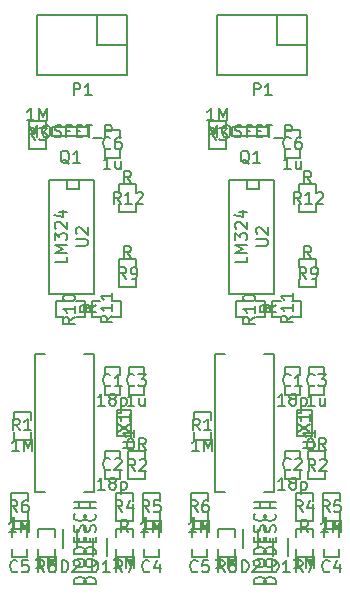
<source format=gbr>
G04 #@! TF.FileFunction,Legend,Top*
%FSLAX46Y46*%
G04 Gerber Fmt 4.6, Leading zero omitted, Abs format (unit mm)*
G04 Created by KiCad (PCBNEW (2015-02-15 BZR 5420)-product) date Tue 17 Feb 2015 11:56:18 AM EET*
%MOMM*%
G01*
G04 APERTURE LIST*
%ADD10C,0.100000*%
%ADD11C,0.150000*%
G04 APERTURE END LIST*
D10*
D11*
X69338240Y-53470906D02*
X69338240Y-52772406D01*
X69338240Y-54471666D02*
X69338240Y-55170166D01*
X68037760Y-53470906D02*
X68037760Y-52772406D01*
X68037760Y-55170166D02*
X68037760Y-54471666D01*
X68053000Y-52772406D02*
X69323000Y-52772406D01*
X69323000Y-55170166D02*
X68053000Y-55170166D01*
X69404000Y-56427286D02*
X69404000Y-56727286D01*
X69404000Y-56727286D02*
X69104000Y-56727286D01*
X69104000Y-58627286D02*
X70304000Y-58627286D01*
X70304000Y-56427286D02*
X69104000Y-56427286D01*
X69104000Y-56427286D02*
X69104000Y-58627286D01*
X70304000Y-58627286D02*
X70304000Y-56427286D01*
X60369500Y-58281666D02*
X60369500Y-58987786D01*
X60369500Y-58987786D02*
X61766500Y-58987786D01*
X61766500Y-58987786D02*
X61766500Y-58281666D01*
X60369500Y-56574786D02*
X60369500Y-57280906D01*
X60369500Y-56574786D02*
X61766500Y-56574786D01*
X61766500Y-56574786D02*
X61766500Y-57280906D01*
X71370240Y-53470906D02*
X71370240Y-52772406D01*
X71370240Y-54471666D02*
X71370240Y-55170166D01*
X70069760Y-53470906D02*
X70069760Y-52772406D01*
X70069760Y-55170166D02*
X70069760Y-54471666D01*
X70085000Y-52772406D02*
X71355000Y-52772406D01*
X71355000Y-55170166D02*
X70085000Y-55170166D01*
X62124640Y-51677666D02*
X62124640Y-63376906D01*
X67123360Y-63376906D02*
X67123360Y-51677666D01*
X62124640Y-63376906D02*
X62973000Y-63376906D01*
X67123360Y-63376906D02*
X66275000Y-63376906D01*
X62124640Y-51677666D02*
X62973000Y-51677666D01*
X67123360Y-51677666D02*
X66275000Y-51677666D01*
X69338240Y-60582906D02*
X69338240Y-59884406D01*
X69338240Y-61583666D02*
X69338240Y-62282166D01*
X68037760Y-60582906D02*
X68037760Y-59884406D01*
X68037760Y-62282166D02*
X68037760Y-61583666D01*
X68053000Y-59884406D02*
X69323000Y-59884406D01*
X69323000Y-62282166D02*
X68053000Y-62282166D01*
X71418500Y-60582906D02*
X71418500Y-59876786D01*
X71418500Y-59876786D02*
X70021500Y-59876786D01*
X70021500Y-59876786D02*
X70021500Y-60582906D01*
X71418500Y-62289786D02*
X71418500Y-61583666D01*
X71418500Y-62289786D02*
X70021500Y-62289786D01*
X70021500Y-62289786D02*
X70021500Y-61583666D01*
X69005500Y-65139666D02*
X69005500Y-65845786D01*
X69005500Y-65845786D02*
X70402500Y-65845786D01*
X70402500Y-65845786D02*
X70402500Y-65139666D01*
X69005500Y-63432786D02*
X69005500Y-64138906D01*
X69005500Y-63432786D02*
X70402500Y-63432786D01*
X70402500Y-63432786D02*
X70402500Y-64138906D01*
X71339760Y-68187666D02*
X71339760Y-68886166D01*
X71339760Y-67186906D02*
X71339760Y-66488406D01*
X72640240Y-68187666D02*
X72640240Y-68886166D01*
X72640240Y-66488406D02*
X72640240Y-67186906D01*
X72625000Y-68886166D02*
X71355000Y-68886166D01*
X71355000Y-66488406D02*
X72625000Y-66488406D01*
X60163760Y-68187666D02*
X60163760Y-68886166D01*
X60163760Y-67186906D02*
X60163760Y-66488406D01*
X61464240Y-68187666D02*
X61464240Y-68886166D01*
X61464240Y-66488406D02*
X61464240Y-67186906D01*
X61449000Y-68886166D02*
X60179000Y-68886166D01*
X60179000Y-66488406D02*
X61449000Y-66488406D01*
X69958000Y-25523286D02*
X67418000Y-25523286D01*
X67418000Y-25523286D02*
X67418000Y-22983286D01*
X69958000Y-22983286D02*
X62338000Y-22983286D01*
X62338000Y-22983286D02*
X62338000Y-28063286D01*
X62338000Y-28063286D02*
X67418000Y-28063286D01*
X69958000Y-22983286D02*
X69958000Y-25523286D01*
X69958000Y-28063286D02*
X69958000Y-25523286D01*
X67418000Y-28063286D02*
X69958000Y-28063286D01*
X66656000Y-33270286D02*
X63608000Y-33270286D01*
X63608000Y-33270286D02*
X63608000Y-32508286D01*
X63608000Y-32508286D02*
X66656000Y-32508286D01*
X66656000Y-32508286D02*
X66656000Y-33270286D01*
X63036500Y-32642906D02*
X63036500Y-31936786D01*
X63036500Y-31936786D02*
X61639500Y-31936786D01*
X61639500Y-31936786D02*
X61639500Y-32642906D01*
X63036500Y-34349786D02*
X63036500Y-33643666D01*
X63036500Y-34349786D02*
X61639500Y-34349786D01*
X61639500Y-34349786D02*
X61639500Y-33643666D01*
X71291500Y-65139666D02*
X71291500Y-65845786D01*
X71291500Y-65845786D02*
X72688500Y-65845786D01*
X72688500Y-65845786D02*
X72688500Y-65139666D01*
X71291500Y-63432786D02*
X71291500Y-64138906D01*
X71291500Y-63432786D02*
X72688500Y-63432786D01*
X72688500Y-63432786D02*
X72688500Y-64138906D01*
X60115500Y-65139666D02*
X60115500Y-65845786D01*
X60115500Y-65845786D02*
X61512500Y-65845786D01*
X61512500Y-65845786D02*
X61512500Y-65139666D01*
X60115500Y-63432786D02*
X60115500Y-64138906D01*
X60115500Y-63432786D02*
X61512500Y-63432786D01*
X61512500Y-63432786D02*
X61512500Y-64138906D01*
X69005500Y-68187666D02*
X69005500Y-68893786D01*
X69005500Y-68893786D02*
X70402500Y-68893786D01*
X70402500Y-68893786D02*
X70402500Y-68187666D01*
X69005500Y-66480786D02*
X69005500Y-67186906D01*
X69005500Y-66480786D02*
X70402500Y-66480786D01*
X70402500Y-66480786D02*
X70402500Y-67186906D01*
X62401500Y-68187666D02*
X62401500Y-68893786D01*
X62401500Y-68893786D02*
X63798500Y-68893786D01*
X63798500Y-68893786D02*
X63798500Y-68187666D01*
X62401500Y-66480786D02*
X62401500Y-67186906D01*
X62401500Y-66480786D02*
X63798500Y-66480786D01*
X63798500Y-66480786D02*
X63798500Y-67186906D01*
X69338240Y-33404906D02*
X69338240Y-32706406D01*
X69338240Y-34405666D02*
X69338240Y-35104166D01*
X68037760Y-33404906D02*
X68037760Y-32706406D01*
X68037760Y-35104166D02*
X68037760Y-34405666D01*
X68053000Y-32706406D02*
X69323000Y-32706406D01*
X69323000Y-35104166D02*
X68053000Y-35104166D01*
X67072000Y-67287286D02*
X67072000Y-68837286D01*
X68272000Y-67287286D02*
X68272000Y-68837286D01*
X65732000Y-68087286D02*
X65732000Y-66537286D01*
X64532000Y-68087286D02*
X64532000Y-66537286D01*
X70656500Y-44326906D02*
X70656500Y-43620786D01*
X70656500Y-43620786D02*
X69259500Y-43620786D01*
X69259500Y-43620786D02*
X69259500Y-44326906D01*
X70656500Y-46033786D02*
X70656500Y-45327666D01*
X70656500Y-46033786D02*
X69259500Y-46033786D01*
X69259500Y-46033786D02*
X69259500Y-45327666D01*
X65632380Y-48573786D02*
X66338500Y-48573786D01*
X66338500Y-48573786D02*
X66338500Y-47176786D01*
X66338500Y-47176786D02*
X65632380Y-47176786D01*
X63925500Y-48573786D02*
X64631620Y-48573786D01*
X63925500Y-48573786D02*
X63925500Y-47176786D01*
X63925500Y-47176786D02*
X64631620Y-47176786D01*
X67679620Y-47176786D02*
X66973500Y-47176786D01*
X66973500Y-47176786D02*
X66973500Y-48573786D01*
X66973500Y-48573786D02*
X67679620Y-48573786D01*
X69386500Y-47176786D02*
X68680380Y-47176786D01*
X69386500Y-47176786D02*
X69386500Y-48573786D01*
X69386500Y-48573786D02*
X68680380Y-48573786D01*
X70656500Y-37976906D02*
X70656500Y-37270786D01*
X70656500Y-37270786D02*
X69259500Y-37270786D01*
X69259500Y-37270786D02*
X69259500Y-37976906D01*
X70656500Y-39683786D02*
X70656500Y-38977666D01*
X70656500Y-39683786D02*
X69259500Y-39683786D01*
X69259500Y-39683786D02*
X69259500Y-38977666D01*
X67164000Y-36953286D02*
X67164000Y-46605286D01*
X67164000Y-46605286D02*
X63354000Y-46605286D01*
X63354000Y-46605286D02*
X63354000Y-36953286D01*
X63354000Y-36953286D02*
X67164000Y-36953286D01*
X65894000Y-36953286D02*
X65894000Y-37715286D01*
X65894000Y-37715286D02*
X64878000Y-37715286D01*
X64878000Y-37715286D02*
X64878000Y-36953286D01*
X84588240Y-53470906D02*
X84588240Y-52772406D01*
X84588240Y-54471666D02*
X84588240Y-55170166D01*
X83287760Y-53470906D02*
X83287760Y-52772406D01*
X83287760Y-55170166D02*
X83287760Y-54471666D01*
X83303000Y-52772406D02*
X84573000Y-52772406D01*
X84573000Y-55170166D02*
X83303000Y-55170166D01*
X84654000Y-56427286D02*
X84654000Y-56727286D01*
X84654000Y-56727286D02*
X84354000Y-56727286D01*
X84354000Y-58627286D02*
X85554000Y-58627286D01*
X85554000Y-56427286D02*
X84354000Y-56427286D01*
X84354000Y-56427286D02*
X84354000Y-58627286D01*
X85554000Y-58627286D02*
X85554000Y-56427286D01*
X75619500Y-58281666D02*
X75619500Y-58987786D01*
X75619500Y-58987786D02*
X77016500Y-58987786D01*
X77016500Y-58987786D02*
X77016500Y-58281666D01*
X75619500Y-56574786D02*
X75619500Y-57280906D01*
X75619500Y-56574786D02*
X77016500Y-56574786D01*
X77016500Y-56574786D02*
X77016500Y-57280906D01*
X86620240Y-53470906D02*
X86620240Y-52772406D01*
X86620240Y-54471666D02*
X86620240Y-55170166D01*
X85319760Y-53470906D02*
X85319760Y-52772406D01*
X85319760Y-55170166D02*
X85319760Y-54471666D01*
X85335000Y-52772406D02*
X86605000Y-52772406D01*
X86605000Y-55170166D02*
X85335000Y-55170166D01*
X77374640Y-51677666D02*
X77374640Y-63376906D01*
X82373360Y-63376906D02*
X82373360Y-51677666D01*
X77374640Y-63376906D02*
X78223000Y-63376906D01*
X82373360Y-63376906D02*
X81525000Y-63376906D01*
X77374640Y-51677666D02*
X78223000Y-51677666D01*
X82373360Y-51677666D02*
X81525000Y-51677666D01*
X84588240Y-60582906D02*
X84588240Y-59884406D01*
X84588240Y-61583666D02*
X84588240Y-62282166D01*
X83287760Y-60582906D02*
X83287760Y-59884406D01*
X83287760Y-62282166D02*
X83287760Y-61583666D01*
X83303000Y-59884406D02*
X84573000Y-59884406D01*
X84573000Y-62282166D02*
X83303000Y-62282166D01*
X86668500Y-60582906D02*
X86668500Y-59876786D01*
X86668500Y-59876786D02*
X85271500Y-59876786D01*
X85271500Y-59876786D02*
X85271500Y-60582906D01*
X86668500Y-62289786D02*
X86668500Y-61583666D01*
X86668500Y-62289786D02*
X85271500Y-62289786D01*
X85271500Y-62289786D02*
X85271500Y-61583666D01*
X84255500Y-65139666D02*
X84255500Y-65845786D01*
X84255500Y-65845786D02*
X85652500Y-65845786D01*
X85652500Y-65845786D02*
X85652500Y-65139666D01*
X84255500Y-63432786D02*
X84255500Y-64138906D01*
X84255500Y-63432786D02*
X85652500Y-63432786D01*
X85652500Y-63432786D02*
X85652500Y-64138906D01*
X86589760Y-68187666D02*
X86589760Y-68886166D01*
X86589760Y-67186906D02*
X86589760Y-66488406D01*
X87890240Y-68187666D02*
X87890240Y-68886166D01*
X87890240Y-66488406D02*
X87890240Y-67186906D01*
X87875000Y-68886166D02*
X86605000Y-68886166D01*
X86605000Y-66488406D02*
X87875000Y-66488406D01*
X75413760Y-68187666D02*
X75413760Y-68886166D01*
X75413760Y-67186906D02*
X75413760Y-66488406D01*
X76714240Y-68187666D02*
X76714240Y-68886166D01*
X76714240Y-66488406D02*
X76714240Y-67186906D01*
X76699000Y-68886166D02*
X75429000Y-68886166D01*
X75429000Y-66488406D02*
X76699000Y-66488406D01*
X85208000Y-25523286D02*
X82668000Y-25523286D01*
X82668000Y-25523286D02*
X82668000Y-22983286D01*
X85208000Y-22983286D02*
X77588000Y-22983286D01*
X77588000Y-22983286D02*
X77588000Y-28063286D01*
X77588000Y-28063286D02*
X82668000Y-28063286D01*
X85208000Y-22983286D02*
X85208000Y-25523286D01*
X85208000Y-28063286D02*
X85208000Y-25523286D01*
X82668000Y-28063286D02*
X85208000Y-28063286D01*
X81906000Y-33270286D02*
X78858000Y-33270286D01*
X78858000Y-33270286D02*
X78858000Y-32508286D01*
X78858000Y-32508286D02*
X81906000Y-32508286D01*
X81906000Y-32508286D02*
X81906000Y-33270286D01*
X78286500Y-32642906D02*
X78286500Y-31936786D01*
X78286500Y-31936786D02*
X76889500Y-31936786D01*
X76889500Y-31936786D02*
X76889500Y-32642906D01*
X78286500Y-34349786D02*
X78286500Y-33643666D01*
X78286500Y-34349786D02*
X76889500Y-34349786D01*
X76889500Y-34349786D02*
X76889500Y-33643666D01*
X86541500Y-65139666D02*
X86541500Y-65845786D01*
X86541500Y-65845786D02*
X87938500Y-65845786D01*
X87938500Y-65845786D02*
X87938500Y-65139666D01*
X86541500Y-63432786D02*
X86541500Y-64138906D01*
X86541500Y-63432786D02*
X87938500Y-63432786D01*
X87938500Y-63432786D02*
X87938500Y-64138906D01*
X75365500Y-65139666D02*
X75365500Y-65845786D01*
X75365500Y-65845786D02*
X76762500Y-65845786D01*
X76762500Y-65845786D02*
X76762500Y-65139666D01*
X75365500Y-63432786D02*
X75365500Y-64138906D01*
X75365500Y-63432786D02*
X76762500Y-63432786D01*
X76762500Y-63432786D02*
X76762500Y-64138906D01*
X84255500Y-68187666D02*
X84255500Y-68893786D01*
X84255500Y-68893786D02*
X85652500Y-68893786D01*
X85652500Y-68893786D02*
X85652500Y-68187666D01*
X84255500Y-66480786D02*
X84255500Y-67186906D01*
X84255500Y-66480786D02*
X85652500Y-66480786D01*
X85652500Y-66480786D02*
X85652500Y-67186906D01*
X77651500Y-68187666D02*
X77651500Y-68893786D01*
X77651500Y-68893786D02*
X79048500Y-68893786D01*
X79048500Y-68893786D02*
X79048500Y-68187666D01*
X77651500Y-66480786D02*
X77651500Y-67186906D01*
X77651500Y-66480786D02*
X79048500Y-66480786D01*
X79048500Y-66480786D02*
X79048500Y-67186906D01*
X84588240Y-33404906D02*
X84588240Y-32706406D01*
X84588240Y-34405666D02*
X84588240Y-35104166D01*
X83287760Y-33404906D02*
X83287760Y-32706406D01*
X83287760Y-35104166D02*
X83287760Y-34405666D01*
X83303000Y-32706406D02*
X84573000Y-32706406D01*
X84573000Y-35104166D02*
X83303000Y-35104166D01*
X82322000Y-67287286D02*
X82322000Y-68837286D01*
X83522000Y-67287286D02*
X83522000Y-68837286D01*
X80982000Y-68087286D02*
X80982000Y-66537286D01*
X79782000Y-68087286D02*
X79782000Y-66537286D01*
X85906500Y-44326906D02*
X85906500Y-43620786D01*
X85906500Y-43620786D02*
X84509500Y-43620786D01*
X84509500Y-43620786D02*
X84509500Y-44326906D01*
X85906500Y-46033786D02*
X85906500Y-45327666D01*
X85906500Y-46033786D02*
X84509500Y-46033786D01*
X84509500Y-46033786D02*
X84509500Y-45327666D01*
X80882380Y-48573786D02*
X81588500Y-48573786D01*
X81588500Y-48573786D02*
X81588500Y-47176786D01*
X81588500Y-47176786D02*
X80882380Y-47176786D01*
X79175500Y-48573786D02*
X79881620Y-48573786D01*
X79175500Y-48573786D02*
X79175500Y-47176786D01*
X79175500Y-47176786D02*
X79881620Y-47176786D01*
X82929620Y-47176786D02*
X82223500Y-47176786D01*
X82223500Y-47176786D02*
X82223500Y-48573786D01*
X82223500Y-48573786D02*
X82929620Y-48573786D01*
X84636500Y-47176786D02*
X83930380Y-47176786D01*
X84636500Y-47176786D02*
X84636500Y-48573786D01*
X84636500Y-48573786D02*
X83930380Y-48573786D01*
X85906500Y-37976906D02*
X85906500Y-37270786D01*
X85906500Y-37270786D02*
X84509500Y-37270786D01*
X84509500Y-37270786D02*
X84509500Y-37976906D01*
X85906500Y-39683786D02*
X85906500Y-38977666D01*
X85906500Y-39683786D02*
X84509500Y-39683786D01*
X84509500Y-39683786D02*
X84509500Y-38977666D01*
X82414000Y-36953286D02*
X82414000Y-46605286D01*
X82414000Y-46605286D02*
X78604000Y-46605286D01*
X78604000Y-46605286D02*
X78604000Y-36953286D01*
X78604000Y-36953286D02*
X82414000Y-36953286D01*
X81144000Y-36953286D02*
X81144000Y-37715286D01*
X81144000Y-37715286D02*
X80128000Y-37715286D01*
X80128000Y-37715286D02*
X80128000Y-36953286D01*
X68521334Y-54328429D02*
X68473715Y-54376048D01*
X68330858Y-54423667D01*
X68235620Y-54423667D01*
X68092762Y-54376048D01*
X67997524Y-54280810D01*
X67949905Y-54185572D01*
X67902286Y-53995096D01*
X67902286Y-53852238D01*
X67949905Y-53661762D01*
X67997524Y-53566524D01*
X68092762Y-53471286D01*
X68235620Y-53423667D01*
X68330858Y-53423667D01*
X68473715Y-53471286D01*
X68521334Y-53518905D01*
X69473715Y-54423667D02*
X68902286Y-54423667D01*
X69188000Y-54423667D02*
X69188000Y-53423667D01*
X69092762Y-53566524D01*
X68997524Y-53661762D01*
X68902286Y-53709381D01*
X68045143Y-56074667D02*
X67473714Y-56074667D01*
X67759428Y-56074667D02*
X67759428Y-55074667D01*
X67664190Y-55217524D01*
X67568952Y-55312762D01*
X67473714Y-55360381D01*
X68616571Y-55503238D02*
X68521333Y-55455619D01*
X68473714Y-55408000D01*
X68426095Y-55312762D01*
X68426095Y-55265143D01*
X68473714Y-55169905D01*
X68521333Y-55122286D01*
X68616571Y-55074667D01*
X68807048Y-55074667D01*
X68902286Y-55122286D01*
X68949905Y-55169905D01*
X68997524Y-55265143D01*
X68997524Y-55312762D01*
X68949905Y-55408000D01*
X68902286Y-55455619D01*
X68807048Y-55503238D01*
X68616571Y-55503238D01*
X68521333Y-55550857D01*
X68473714Y-55598476D01*
X68426095Y-55693715D01*
X68426095Y-55884191D01*
X68473714Y-55979429D01*
X68521333Y-56027048D01*
X68616571Y-56074667D01*
X68807048Y-56074667D01*
X68902286Y-56027048D01*
X68949905Y-55979429D01*
X68997524Y-55884191D01*
X68997524Y-55693715D01*
X68949905Y-55598476D01*
X68902286Y-55550857D01*
X68807048Y-55503238D01*
X69426095Y-55408000D02*
X69426095Y-56408000D01*
X69426095Y-55455619D02*
X69521333Y-55408000D01*
X69711810Y-55408000D01*
X69807048Y-55455619D01*
X69854667Y-55503238D01*
X69902286Y-55598476D01*
X69902286Y-55884191D01*
X69854667Y-55979429D01*
X69807048Y-56027048D01*
X69711810Y-56074667D01*
X69521333Y-56074667D01*
X69426095Y-56027048D01*
X69556381Y-59689191D02*
X70365905Y-59689191D01*
X70461143Y-59641572D01*
X70508762Y-59593953D01*
X70556381Y-59498715D01*
X70556381Y-59308238D01*
X70508762Y-59213000D01*
X70461143Y-59165381D01*
X70365905Y-59117762D01*
X69556381Y-59117762D01*
X70556381Y-58117762D02*
X70556381Y-58689191D01*
X70556381Y-58403477D02*
X69556381Y-58403477D01*
X69699238Y-58498715D01*
X69794476Y-58593953D01*
X69842095Y-58689191D01*
X60837834Y-58170167D02*
X60504500Y-57693976D01*
X60266405Y-58170167D02*
X60266405Y-57170167D01*
X60647358Y-57170167D01*
X60742596Y-57217786D01*
X60790215Y-57265405D01*
X60837834Y-57360643D01*
X60837834Y-57503500D01*
X60790215Y-57598738D01*
X60742596Y-57646357D01*
X60647358Y-57693976D01*
X60266405Y-57693976D01*
X61790215Y-58170167D02*
X61218786Y-58170167D01*
X61504500Y-58170167D02*
X61504500Y-57170167D01*
X61409262Y-57313024D01*
X61314024Y-57408262D01*
X61218786Y-57455881D01*
X60782286Y-59932927D02*
X60210857Y-59932927D01*
X60496571Y-59932927D02*
X60496571Y-58932927D01*
X60401333Y-59075784D01*
X60306095Y-59171022D01*
X60210857Y-59218641D01*
X61210857Y-59932927D02*
X61210857Y-58932927D01*
X61544191Y-59647213D01*
X61877524Y-58932927D01*
X61877524Y-59932927D01*
X70553334Y-54328429D02*
X70505715Y-54376048D01*
X70362858Y-54423667D01*
X70267620Y-54423667D01*
X70124762Y-54376048D01*
X70029524Y-54280810D01*
X69981905Y-54185572D01*
X69934286Y-53995096D01*
X69934286Y-53852238D01*
X69981905Y-53661762D01*
X70029524Y-53566524D01*
X70124762Y-53471286D01*
X70267620Y-53423667D01*
X70362858Y-53423667D01*
X70505715Y-53471286D01*
X70553334Y-53518905D01*
X70886667Y-53423667D02*
X71505715Y-53423667D01*
X71172381Y-53804619D01*
X71315239Y-53804619D01*
X71410477Y-53852238D01*
X71458096Y-53899857D01*
X71505715Y-53995096D01*
X71505715Y-54233191D01*
X71458096Y-54328429D01*
X71410477Y-54376048D01*
X71315239Y-54423667D01*
X71029524Y-54423667D01*
X70934286Y-54376048D01*
X70886667Y-54328429D01*
X70553334Y-56074667D02*
X69981905Y-56074667D01*
X70267619Y-56074667D02*
X70267619Y-55074667D01*
X70172381Y-55217524D01*
X70077143Y-55312762D01*
X69981905Y-55360381D01*
X71410477Y-55408000D02*
X71410477Y-56074667D01*
X70981905Y-55408000D02*
X70981905Y-55931810D01*
X71029524Y-56027048D01*
X71124762Y-56074667D01*
X71267620Y-56074667D01*
X71362858Y-56027048D01*
X71410477Y-55979429D01*
X69156381Y-58336810D02*
X70156381Y-57670143D01*
X69156381Y-57670143D02*
X70156381Y-58336810D01*
X70156381Y-56765381D02*
X70156381Y-57336810D01*
X70156381Y-57051096D02*
X69156381Y-57051096D01*
X69299238Y-57146334D01*
X69394476Y-57241572D01*
X69442095Y-57336810D01*
X68521334Y-61440429D02*
X68473715Y-61488048D01*
X68330858Y-61535667D01*
X68235620Y-61535667D01*
X68092762Y-61488048D01*
X67997524Y-61392810D01*
X67949905Y-61297572D01*
X67902286Y-61107096D01*
X67902286Y-60964238D01*
X67949905Y-60773762D01*
X67997524Y-60678524D01*
X68092762Y-60583286D01*
X68235620Y-60535667D01*
X68330858Y-60535667D01*
X68473715Y-60583286D01*
X68521334Y-60630905D01*
X68902286Y-60630905D02*
X68949905Y-60583286D01*
X69045143Y-60535667D01*
X69283239Y-60535667D01*
X69378477Y-60583286D01*
X69426096Y-60630905D01*
X69473715Y-60726143D01*
X69473715Y-60821381D01*
X69426096Y-60964238D01*
X68854667Y-61535667D01*
X69473715Y-61535667D01*
X68045143Y-63186667D02*
X67473714Y-63186667D01*
X67759428Y-63186667D02*
X67759428Y-62186667D01*
X67664190Y-62329524D01*
X67568952Y-62424762D01*
X67473714Y-62472381D01*
X68616571Y-62615238D02*
X68521333Y-62567619D01*
X68473714Y-62520000D01*
X68426095Y-62424762D01*
X68426095Y-62377143D01*
X68473714Y-62281905D01*
X68521333Y-62234286D01*
X68616571Y-62186667D01*
X68807048Y-62186667D01*
X68902286Y-62234286D01*
X68949905Y-62281905D01*
X68997524Y-62377143D01*
X68997524Y-62424762D01*
X68949905Y-62520000D01*
X68902286Y-62567619D01*
X68807048Y-62615238D01*
X68616571Y-62615238D01*
X68521333Y-62662857D01*
X68473714Y-62710476D01*
X68426095Y-62805715D01*
X68426095Y-62996191D01*
X68473714Y-63091429D01*
X68521333Y-63139048D01*
X68616571Y-63186667D01*
X68807048Y-63186667D01*
X68902286Y-63139048D01*
X68949905Y-63091429D01*
X68997524Y-62996191D01*
X68997524Y-62805715D01*
X68949905Y-62710476D01*
X68902286Y-62662857D01*
X68807048Y-62615238D01*
X69426095Y-62520000D02*
X69426095Y-63520000D01*
X69426095Y-62567619D02*
X69521333Y-62520000D01*
X69711810Y-62520000D01*
X69807048Y-62567619D01*
X69854667Y-62615238D01*
X69902286Y-62710476D01*
X69902286Y-62996191D01*
X69854667Y-63091429D01*
X69807048Y-63139048D01*
X69711810Y-63186667D01*
X69521333Y-63186667D01*
X69426095Y-63139048D01*
X70616834Y-61599167D02*
X70283500Y-61122976D01*
X70045405Y-61599167D02*
X70045405Y-60599167D01*
X70426358Y-60599167D01*
X70521596Y-60646786D01*
X70569215Y-60694405D01*
X70616834Y-60789643D01*
X70616834Y-60932500D01*
X70569215Y-61027738D01*
X70521596Y-61075357D01*
X70426358Y-61122976D01*
X70045405Y-61122976D01*
X70997786Y-60694405D02*
X71045405Y-60646786D01*
X71140643Y-60599167D01*
X71378739Y-60599167D01*
X71473977Y-60646786D01*
X71521596Y-60694405D01*
X71569215Y-60789643D01*
X71569215Y-60884881D01*
X71521596Y-61027738D01*
X70950167Y-61599167D01*
X71569215Y-61599167D01*
X70172381Y-58836407D02*
X70267620Y-58836407D01*
X70362858Y-58884026D01*
X70410477Y-58931645D01*
X70458096Y-59026883D01*
X70505715Y-59217359D01*
X70505715Y-59455455D01*
X70458096Y-59645931D01*
X70410477Y-59741169D01*
X70362858Y-59788788D01*
X70267620Y-59836407D01*
X70172381Y-59836407D01*
X70077143Y-59788788D01*
X70029524Y-59741169D01*
X69981905Y-59645931D01*
X69934286Y-59455455D01*
X69934286Y-59217359D01*
X69981905Y-59026883D01*
X70029524Y-58931645D01*
X70077143Y-58884026D01*
X70172381Y-58836407D01*
X71505715Y-59836407D02*
X71172381Y-59360216D01*
X70934286Y-59836407D02*
X70934286Y-58836407D01*
X71315239Y-58836407D01*
X71410477Y-58884026D01*
X71458096Y-58931645D01*
X71505715Y-59026883D01*
X71505715Y-59169740D01*
X71458096Y-59264978D01*
X71410477Y-59312597D01*
X71315239Y-59360216D01*
X70934286Y-59360216D01*
X69537334Y-65091667D02*
X69204000Y-64615476D01*
X68965905Y-65091667D02*
X68965905Y-64091667D01*
X69346858Y-64091667D01*
X69442096Y-64139286D01*
X69489715Y-64186905D01*
X69537334Y-64282143D01*
X69537334Y-64425000D01*
X69489715Y-64520238D01*
X69442096Y-64567857D01*
X69346858Y-64615476D01*
X68965905Y-64615476D01*
X70394477Y-64425000D02*
X70394477Y-65091667D01*
X70156381Y-64044048D02*
X69918286Y-64758334D01*
X70537334Y-64758334D01*
X70013524Y-66790927D02*
X69680190Y-66314736D01*
X69442095Y-66790927D02*
X69442095Y-65790927D01*
X69823048Y-65790927D01*
X69918286Y-65838546D01*
X69965905Y-65886165D01*
X70013524Y-65981403D01*
X70013524Y-66124260D01*
X69965905Y-66219498D01*
X69918286Y-66267117D01*
X69823048Y-66314736D01*
X69442095Y-66314736D01*
X71823334Y-70076429D02*
X71775715Y-70124048D01*
X71632858Y-70171667D01*
X71537620Y-70171667D01*
X71394762Y-70124048D01*
X71299524Y-70028810D01*
X71251905Y-69933572D01*
X71204286Y-69743096D01*
X71204286Y-69600238D01*
X71251905Y-69409762D01*
X71299524Y-69314524D01*
X71394762Y-69219286D01*
X71537620Y-69171667D01*
X71632858Y-69171667D01*
X71775715Y-69219286D01*
X71823334Y-69266905D01*
X72680477Y-69505000D02*
X72680477Y-70171667D01*
X72442381Y-69124048D02*
X72204286Y-69838334D01*
X72823334Y-69838334D01*
X71823334Y-66488667D02*
X71251905Y-66488667D01*
X71537619Y-66488667D02*
X71537619Y-65488667D01*
X71442381Y-65631524D01*
X71347143Y-65726762D01*
X71251905Y-65774381D01*
X72251905Y-65822000D02*
X72251905Y-66488667D01*
X72251905Y-65917238D02*
X72299524Y-65869619D01*
X72394762Y-65822000D01*
X72537620Y-65822000D01*
X72632858Y-65869619D01*
X72680477Y-65964857D01*
X72680477Y-66488667D01*
X60647334Y-70076429D02*
X60599715Y-70124048D01*
X60456858Y-70171667D01*
X60361620Y-70171667D01*
X60218762Y-70124048D01*
X60123524Y-70028810D01*
X60075905Y-69933572D01*
X60028286Y-69743096D01*
X60028286Y-69600238D01*
X60075905Y-69409762D01*
X60123524Y-69314524D01*
X60218762Y-69219286D01*
X60361620Y-69171667D01*
X60456858Y-69171667D01*
X60599715Y-69219286D01*
X60647334Y-69266905D01*
X61552096Y-69171667D02*
X61075905Y-69171667D01*
X61028286Y-69647857D01*
X61075905Y-69600238D01*
X61171143Y-69552619D01*
X61409239Y-69552619D01*
X61504477Y-69600238D01*
X61552096Y-69647857D01*
X61599715Y-69743096D01*
X61599715Y-69981191D01*
X61552096Y-70076429D01*
X61504477Y-70124048D01*
X61409239Y-70171667D01*
X61171143Y-70171667D01*
X61075905Y-70124048D01*
X61028286Y-70076429D01*
X60647334Y-66488667D02*
X60075905Y-66488667D01*
X60361619Y-66488667D02*
X60361619Y-65488667D01*
X60266381Y-65631524D01*
X60171143Y-65726762D01*
X60075905Y-65774381D01*
X61075905Y-65822000D02*
X61075905Y-66488667D01*
X61075905Y-65917238D02*
X61123524Y-65869619D01*
X61218762Y-65822000D01*
X61361620Y-65822000D01*
X61456858Y-65869619D01*
X61504477Y-65964857D01*
X61504477Y-66488667D01*
X65409905Y-29785667D02*
X65409905Y-28785667D01*
X65790858Y-28785667D01*
X65886096Y-28833286D01*
X65933715Y-28880905D01*
X65981334Y-28976143D01*
X65981334Y-29119000D01*
X65933715Y-29214238D01*
X65886096Y-29261857D01*
X65790858Y-29309476D01*
X65409905Y-29309476D01*
X66933715Y-29785667D02*
X66362286Y-29785667D01*
X66648000Y-29785667D02*
X66648000Y-28785667D01*
X66552762Y-28928524D01*
X66457524Y-29023762D01*
X66362286Y-29071381D01*
X65036762Y-35595905D02*
X64941524Y-35548286D01*
X64846286Y-35453048D01*
X64703429Y-35310191D01*
X64608190Y-35262572D01*
X64512952Y-35262572D01*
X64560571Y-35500667D02*
X64465333Y-35453048D01*
X64370095Y-35357810D01*
X64322476Y-35167334D01*
X64322476Y-34834000D01*
X64370095Y-34643524D01*
X64465333Y-34548286D01*
X64560571Y-34500667D01*
X64751048Y-34500667D01*
X64846286Y-34548286D01*
X64941524Y-34643524D01*
X64989143Y-34834000D01*
X64989143Y-35167334D01*
X64941524Y-35357810D01*
X64846286Y-35453048D01*
X64751048Y-35500667D01*
X64560571Y-35500667D01*
X65941524Y-35500667D02*
X65370095Y-35500667D01*
X65655809Y-35500667D02*
X65655809Y-34500667D01*
X65560571Y-34643524D01*
X65465333Y-34738762D01*
X65370095Y-34786381D01*
X61655809Y-33341667D02*
X61655809Y-32341667D01*
X61989143Y-33055953D01*
X62322476Y-32341667D01*
X62322476Y-33341667D01*
X62989142Y-32341667D02*
X63179619Y-32341667D01*
X63274857Y-32389286D01*
X63370095Y-32484524D01*
X63417714Y-32675000D01*
X63417714Y-33008334D01*
X63370095Y-33198810D01*
X63274857Y-33294048D01*
X63179619Y-33341667D01*
X62989142Y-33341667D01*
X62893904Y-33294048D01*
X62798666Y-33198810D01*
X62751047Y-33008334D01*
X62751047Y-32675000D01*
X62798666Y-32484524D01*
X62893904Y-32389286D01*
X62989142Y-32341667D01*
X63798666Y-33294048D02*
X63941523Y-33341667D01*
X64179619Y-33341667D01*
X64274857Y-33294048D01*
X64322476Y-33246429D01*
X64370095Y-33151191D01*
X64370095Y-33055953D01*
X64322476Y-32960715D01*
X64274857Y-32913096D01*
X64179619Y-32865476D01*
X63989142Y-32817857D01*
X63893904Y-32770238D01*
X63846285Y-32722619D01*
X63798666Y-32627381D01*
X63798666Y-32532143D01*
X63846285Y-32436905D01*
X63893904Y-32389286D01*
X63989142Y-32341667D01*
X64227238Y-32341667D01*
X64370095Y-32389286D01*
X65132000Y-32817857D02*
X64798666Y-32817857D01*
X64798666Y-33341667D02*
X64798666Y-32341667D01*
X65274857Y-32341667D01*
X65655809Y-32817857D02*
X65989143Y-32817857D01*
X66132000Y-33341667D02*
X65655809Y-33341667D01*
X65655809Y-32341667D01*
X66132000Y-32341667D01*
X66417714Y-32341667D02*
X66989143Y-32341667D01*
X66703428Y-33341667D02*
X66703428Y-32341667D01*
X67084381Y-33436905D02*
X67846286Y-33436905D01*
X68084381Y-33341667D02*
X68084381Y-32341667D01*
X68465334Y-32341667D01*
X68560572Y-32389286D01*
X68608191Y-32436905D01*
X68655810Y-32532143D01*
X68655810Y-32675000D01*
X68608191Y-32770238D01*
X68560572Y-32817857D01*
X68465334Y-32865476D01*
X68084381Y-32865476D01*
X62171334Y-33595667D02*
X61838000Y-33119476D01*
X61599905Y-33595667D02*
X61599905Y-32595667D01*
X61980858Y-32595667D01*
X62076096Y-32643286D01*
X62123715Y-32690905D01*
X62171334Y-32786143D01*
X62171334Y-32929000D01*
X62123715Y-33024238D01*
X62076096Y-33071857D01*
X61980858Y-33119476D01*
X61599905Y-33119476D01*
X62504667Y-32595667D02*
X63123715Y-32595667D01*
X62790381Y-32976619D01*
X62933239Y-32976619D01*
X63028477Y-33024238D01*
X63076096Y-33071857D01*
X63123715Y-33167096D01*
X63123715Y-33405191D01*
X63076096Y-33500429D01*
X63028477Y-33548048D01*
X62933239Y-33595667D01*
X62647524Y-33595667D01*
X62552286Y-33548048D01*
X62504667Y-33500429D01*
X62052286Y-31896407D02*
X61480857Y-31896407D01*
X61766571Y-31896407D02*
X61766571Y-30896407D01*
X61671333Y-31039264D01*
X61576095Y-31134502D01*
X61480857Y-31182121D01*
X62480857Y-31896407D02*
X62480857Y-30896407D01*
X62814191Y-31610693D01*
X63147524Y-30896407D01*
X63147524Y-31896407D01*
X71823334Y-65091667D02*
X71490000Y-64615476D01*
X71251905Y-65091667D02*
X71251905Y-64091667D01*
X71632858Y-64091667D01*
X71728096Y-64139286D01*
X71775715Y-64186905D01*
X71823334Y-64282143D01*
X71823334Y-64425000D01*
X71775715Y-64520238D01*
X71728096Y-64567857D01*
X71632858Y-64615476D01*
X71251905Y-64615476D01*
X72728096Y-64091667D02*
X72251905Y-64091667D01*
X72204286Y-64567857D01*
X72251905Y-64520238D01*
X72347143Y-64472619D01*
X72585239Y-64472619D01*
X72680477Y-64520238D01*
X72728096Y-64567857D01*
X72775715Y-64663096D01*
X72775715Y-64901191D01*
X72728096Y-64996429D01*
X72680477Y-65044048D01*
X72585239Y-65091667D01*
X72347143Y-65091667D01*
X72251905Y-65044048D01*
X72204286Y-64996429D01*
X71704286Y-66790927D02*
X71132857Y-66790927D01*
X71418571Y-66790927D02*
X71418571Y-65790927D01*
X71323333Y-65933784D01*
X71228095Y-66029022D01*
X71132857Y-66076641D01*
X72132857Y-66790927D02*
X72132857Y-65790927D01*
X72466191Y-66505213D01*
X72799524Y-65790927D01*
X72799524Y-66790927D01*
X60647334Y-65091667D02*
X60314000Y-64615476D01*
X60075905Y-65091667D02*
X60075905Y-64091667D01*
X60456858Y-64091667D01*
X60552096Y-64139286D01*
X60599715Y-64186905D01*
X60647334Y-64282143D01*
X60647334Y-64425000D01*
X60599715Y-64520238D01*
X60552096Y-64567857D01*
X60456858Y-64615476D01*
X60075905Y-64615476D01*
X61504477Y-64091667D02*
X61314000Y-64091667D01*
X61218762Y-64139286D01*
X61171143Y-64186905D01*
X61075905Y-64329762D01*
X61028286Y-64520238D01*
X61028286Y-64901191D01*
X61075905Y-64996429D01*
X61123524Y-65044048D01*
X61218762Y-65091667D01*
X61409239Y-65091667D01*
X61504477Y-65044048D01*
X61552096Y-64996429D01*
X61599715Y-64901191D01*
X61599715Y-64663096D01*
X61552096Y-64567857D01*
X61504477Y-64520238D01*
X61409239Y-64472619D01*
X61218762Y-64472619D01*
X61123524Y-64520238D01*
X61075905Y-64567857D01*
X61028286Y-64663096D01*
X60528286Y-66790927D02*
X59956857Y-66790927D01*
X60242571Y-66790927D02*
X60242571Y-65790927D01*
X60147333Y-65933784D01*
X60052095Y-66029022D01*
X59956857Y-66076641D01*
X60956857Y-66790927D02*
X60956857Y-65790927D01*
X61290191Y-66505213D01*
X61623524Y-65790927D01*
X61623524Y-66790927D01*
X69537334Y-70171667D02*
X69204000Y-69695476D01*
X68965905Y-70171667D02*
X68965905Y-69171667D01*
X69346858Y-69171667D01*
X69442096Y-69219286D01*
X69489715Y-69266905D01*
X69537334Y-69362143D01*
X69537334Y-69505000D01*
X69489715Y-69600238D01*
X69442096Y-69647857D01*
X69346858Y-69695476D01*
X68965905Y-69695476D01*
X69870667Y-69171667D02*
X70537334Y-69171667D01*
X70108762Y-70171667D01*
X69418286Y-69838927D02*
X68846857Y-69838927D01*
X69132571Y-69838927D02*
X69132571Y-68838927D01*
X69037333Y-68981784D01*
X68942095Y-69077022D01*
X68846857Y-69124641D01*
X69846857Y-69838927D02*
X69846857Y-68838927D01*
X70180191Y-69553213D01*
X70513524Y-68838927D01*
X70513524Y-69838927D01*
X62933334Y-70171667D02*
X62600000Y-69695476D01*
X62361905Y-70171667D02*
X62361905Y-69171667D01*
X62742858Y-69171667D01*
X62838096Y-69219286D01*
X62885715Y-69266905D01*
X62933334Y-69362143D01*
X62933334Y-69505000D01*
X62885715Y-69600238D01*
X62838096Y-69647857D01*
X62742858Y-69695476D01*
X62361905Y-69695476D01*
X63504762Y-69600238D02*
X63409524Y-69552619D01*
X63361905Y-69505000D01*
X63314286Y-69409762D01*
X63314286Y-69362143D01*
X63361905Y-69266905D01*
X63409524Y-69219286D01*
X63504762Y-69171667D01*
X63695239Y-69171667D01*
X63790477Y-69219286D01*
X63838096Y-69266905D01*
X63885715Y-69362143D01*
X63885715Y-69409762D01*
X63838096Y-69505000D01*
X63790477Y-69552619D01*
X63695239Y-69600238D01*
X63504762Y-69600238D01*
X63409524Y-69647857D01*
X63361905Y-69695476D01*
X63314286Y-69790715D01*
X63314286Y-69981191D01*
X63361905Y-70076429D01*
X63409524Y-70124048D01*
X63504762Y-70171667D01*
X63695239Y-70171667D01*
X63790477Y-70124048D01*
X63838096Y-70076429D01*
X63885715Y-69981191D01*
X63885715Y-69790715D01*
X63838096Y-69695476D01*
X63790477Y-69647857D01*
X63695239Y-69600238D01*
X62814286Y-69838927D02*
X62242857Y-69838927D01*
X62528571Y-69838927D02*
X62528571Y-68838927D01*
X62433333Y-68981784D01*
X62338095Y-69077022D01*
X62242857Y-69124641D01*
X63242857Y-69838927D02*
X63242857Y-68838927D01*
X63576191Y-69553213D01*
X63909524Y-68838927D01*
X63909524Y-69838927D01*
X68521334Y-34262429D02*
X68473715Y-34310048D01*
X68330858Y-34357667D01*
X68235620Y-34357667D01*
X68092762Y-34310048D01*
X67997524Y-34214810D01*
X67949905Y-34119572D01*
X67902286Y-33929096D01*
X67902286Y-33786238D01*
X67949905Y-33595762D01*
X67997524Y-33500524D01*
X68092762Y-33405286D01*
X68235620Y-33357667D01*
X68330858Y-33357667D01*
X68473715Y-33405286D01*
X68521334Y-33452905D01*
X69378477Y-33357667D02*
X69188000Y-33357667D01*
X69092762Y-33405286D01*
X69045143Y-33452905D01*
X68949905Y-33595762D01*
X68902286Y-33786238D01*
X68902286Y-34167191D01*
X68949905Y-34262429D01*
X68997524Y-34310048D01*
X69092762Y-34357667D01*
X69283239Y-34357667D01*
X69378477Y-34310048D01*
X69426096Y-34262429D01*
X69473715Y-34167191D01*
X69473715Y-33929096D01*
X69426096Y-33833857D01*
X69378477Y-33786238D01*
X69283239Y-33738619D01*
X69092762Y-33738619D01*
X68997524Y-33786238D01*
X68949905Y-33833857D01*
X68902286Y-33929096D01*
X68521334Y-36008667D02*
X67949905Y-36008667D01*
X68235619Y-36008667D02*
X68235619Y-35008667D01*
X68140381Y-35151524D01*
X68045143Y-35246762D01*
X67949905Y-35294381D01*
X69378477Y-35342000D02*
X69378477Y-36008667D01*
X68949905Y-35342000D02*
X68949905Y-35865810D01*
X68997524Y-35961048D01*
X69092762Y-36008667D01*
X69235620Y-36008667D01*
X69330858Y-35961048D01*
X69378477Y-35913429D01*
X66933905Y-70171667D02*
X66933905Y-69171667D01*
X67172000Y-69171667D01*
X67314858Y-69219286D01*
X67410096Y-69314524D01*
X67457715Y-69409762D01*
X67505334Y-69600238D01*
X67505334Y-69743096D01*
X67457715Y-69933572D01*
X67410096Y-70028810D01*
X67314858Y-70124048D01*
X67172000Y-70171667D01*
X66933905Y-70171667D01*
X68457715Y-70171667D02*
X67886286Y-70171667D01*
X68172000Y-70171667D02*
X68172000Y-69171667D01*
X68076762Y-69314524D01*
X67981524Y-69409762D01*
X67886286Y-69457381D01*
X66424381Y-71163476D02*
X65424381Y-71163476D01*
X65424381Y-70925381D01*
X65472000Y-70782523D01*
X65567238Y-70687285D01*
X65662476Y-70639666D01*
X65852952Y-70592047D01*
X65995810Y-70592047D01*
X66186286Y-70639666D01*
X66281524Y-70687285D01*
X66376762Y-70782523D01*
X66424381Y-70925381D01*
X66424381Y-71163476D01*
X66424381Y-70163476D02*
X65424381Y-70163476D01*
X65424381Y-69496810D02*
X65424381Y-69306333D01*
X65472000Y-69211095D01*
X65567238Y-69115857D01*
X65757714Y-69068238D01*
X66091048Y-69068238D01*
X66281524Y-69115857D01*
X66376762Y-69211095D01*
X66424381Y-69306333D01*
X66424381Y-69496810D01*
X66376762Y-69592048D01*
X66281524Y-69687286D01*
X66091048Y-69734905D01*
X65757714Y-69734905D01*
X65567238Y-69687286D01*
X65472000Y-69592048D01*
X65424381Y-69496810D01*
X66424381Y-68639667D02*
X65424381Y-68639667D01*
X65424381Y-68401572D01*
X65472000Y-68258714D01*
X65567238Y-68163476D01*
X65662476Y-68115857D01*
X65852952Y-68068238D01*
X65995810Y-68068238D01*
X66186286Y-68115857D01*
X66281524Y-68163476D01*
X66376762Y-68258714D01*
X66424381Y-68401572D01*
X66424381Y-68639667D01*
X65900571Y-67639667D02*
X65900571Y-67306333D01*
X66424381Y-67163476D02*
X66424381Y-67639667D01*
X65424381Y-67639667D01*
X65424381Y-67163476D01*
X66376762Y-66782524D02*
X66424381Y-66639667D01*
X66424381Y-66401571D01*
X66376762Y-66306333D01*
X66329143Y-66258714D01*
X66233905Y-66211095D01*
X66138667Y-66211095D01*
X66043429Y-66258714D01*
X65995810Y-66306333D01*
X65948190Y-66401571D01*
X65900571Y-66592048D01*
X65852952Y-66687286D01*
X65805333Y-66734905D01*
X65710095Y-66782524D01*
X65614857Y-66782524D01*
X65519619Y-66734905D01*
X65472000Y-66687286D01*
X65424381Y-66592048D01*
X65424381Y-66353952D01*
X65472000Y-66211095D01*
X66329143Y-65211095D02*
X66376762Y-65258714D01*
X66424381Y-65401571D01*
X66424381Y-65496809D01*
X66376762Y-65639667D01*
X66281524Y-65734905D01*
X66186286Y-65782524D01*
X65995810Y-65830143D01*
X65852952Y-65830143D01*
X65662476Y-65782524D01*
X65567238Y-65734905D01*
X65472000Y-65639667D01*
X65424381Y-65496809D01*
X65424381Y-65401571D01*
X65472000Y-65258714D01*
X65519619Y-65211095D01*
X66424381Y-64782524D02*
X65424381Y-64782524D01*
X65900571Y-64782524D02*
X65900571Y-64211095D01*
X66424381Y-64211095D02*
X65424381Y-64211095D01*
X64393905Y-70171667D02*
X64393905Y-69171667D01*
X64632000Y-69171667D01*
X64774858Y-69219286D01*
X64870096Y-69314524D01*
X64917715Y-69409762D01*
X64965334Y-69600238D01*
X64965334Y-69743096D01*
X64917715Y-69933572D01*
X64870096Y-70028810D01*
X64774858Y-70124048D01*
X64632000Y-70171667D01*
X64393905Y-70171667D01*
X65346286Y-69266905D02*
X65393905Y-69219286D01*
X65489143Y-69171667D01*
X65727239Y-69171667D01*
X65822477Y-69219286D01*
X65870096Y-69266905D01*
X65917715Y-69362143D01*
X65917715Y-69457381D01*
X65870096Y-69600238D01*
X65298667Y-70171667D01*
X65917715Y-70171667D01*
X67284381Y-71163476D02*
X66284381Y-71163476D01*
X66284381Y-70925381D01*
X66332000Y-70782523D01*
X66427238Y-70687285D01*
X66522476Y-70639666D01*
X66712952Y-70592047D01*
X66855810Y-70592047D01*
X67046286Y-70639666D01*
X67141524Y-70687285D01*
X67236762Y-70782523D01*
X67284381Y-70925381D01*
X67284381Y-71163476D01*
X67284381Y-70163476D02*
X66284381Y-70163476D01*
X66284381Y-69496810D02*
X66284381Y-69306333D01*
X66332000Y-69211095D01*
X66427238Y-69115857D01*
X66617714Y-69068238D01*
X66951048Y-69068238D01*
X67141524Y-69115857D01*
X67236762Y-69211095D01*
X67284381Y-69306333D01*
X67284381Y-69496810D01*
X67236762Y-69592048D01*
X67141524Y-69687286D01*
X66951048Y-69734905D01*
X66617714Y-69734905D01*
X66427238Y-69687286D01*
X66332000Y-69592048D01*
X66284381Y-69496810D01*
X67284381Y-68639667D02*
X66284381Y-68639667D01*
X66284381Y-68401572D01*
X66332000Y-68258714D01*
X66427238Y-68163476D01*
X66522476Y-68115857D01*
X66712952Y-68068238D01*
X66855810Y-68068238D01*
X67046286Y-68115857D01*
X67141524Y-68163476D01*
X67236762Y-68258714D01*
X67284381Y-68401572D01*
X67284381Y-68639667D01*
X66760571Y-67639667D02*
X66760571Y-67306333D01*
X67284381Y-67163476D02*
X67284381Y-67639667D01*
X66284381Y-67639667D01*
X66284381Y-67163476D01*
X67236762Y-66782524D02*
X67284381Y-66639667D01*
X67284381Y-66401571D01*
X67236762Y-66306333D01*
X67189143Y-66258714D01*
X67093905Y-66211095D01*
X66998667Y-66211095D01*
X66903429Y-66258714D01*
X66855810Y-66306333D01*
X66808190Y-66401571D01*
X66760571Y-66592048D01*
X66712952Y-66687286D01*
X66665333Y-66734905D01*
X66570095Y-66782524D01*
X66474857Y-66782524D01*
X66379619Y-66734905D01*
X66332000Y-66687286D01*
X66284381Y-66592048D01*
X66284381Y-66353952D01*
X66332000Y-66211095D01*
X67189143Y-65211095D02*
X67236762Y-65258714D01*
X67284381Y-65401571D01*
X67284381Y-65496809D01*
X67236762Y-65639667D01*
X67141524Y-65734905D01*
X67046286Y-65782524D01*
X66855810Y-65830143D01*
X66712952Y-65830143D01*
X66522476Y-65782524D01*
X66427238Y-65734905D01*
X66332000Y-65639667D01*
X66284381Y-65496809D01*
X66284381Y-65401571D01*
X66332000Y-65258714D01*
X66379619Y-65211095D01*
X67284381Y-64782524D02*
X66284381Y-64782524D01*
X66760571Y-64782524D02*
X66760571Y-64211095D01*
X67284381Y-64211095D02*
X66284381Y-64211095D01*
X69854834Y-45343167D02*
X69521500Y-44866976D01*
X69283405Y-45343167D02*
X69283405Y-44343167D01*
X69664358Y-44343167D01*
X69759596Y-44390786D01*
X69807215Y-44438405D01*
X69854834Y-44533643D01*
X69854834Y-44676500D01*
X69807215Y-44771738D01*
X69759596Y-44819357D01*
X69664358Y-44866976D01*
X69283405Y-44866976D01*
X70331024Y-45343167D02*
X70521500Y-45343167D01*
X70616739Y-45295548D01*
X70664358Y-45247929D01*
X70759596Y-45105072D01*
X70807215Y-44914596D01*
X70807215Y-44533643D01*
X70759596Y-44438405D01*
X70711977Y-44390786D01*
X70616739Y-44343167D01*
X70426262Y-44343167D01*
X70331024Y-44390786D01*
X70283405Y-44438405D01*
X70235786Y-44533643D01*
X70235786Y-44771738D01*
X70283405Y-44866976D01*
X70331024Y-44914596D01*
X70426262Y-44962215D01*
X70616739Y-44962215D01*
X70711977Y-44914596D01*
X70759596Y-44866976D01*
X70807215Y-44771738D01*
X70267524Y-43580407D02*
X69934190Y-43104216D01*
X69696095Y-43580407D02*
X69696095Y-42580407D01*
X70077048Y-42580407D01*
X70172286Y-42628026D01*
X70219905Y-42675645D01*
X70267524Y-42770883D01*
X70267524Y-42913740D01*
X70219905Y-43008978D01*
X70172286Y-43056597D01*
X70077048Y-43104216D01*
X69696095Y-43104216D01*
X65520881Y-48581643D02*
X65044690Y-48914977D01*
X65520881Y-49153072D02*
X64520881Y-49153072D01*
X64520881Y-48772119D01*
X64568500Y-48676881D01*
X64616119Y-48629262D01*
X64711357Y-48581643D01*
X64854214Y-48581643D01*
X64949452Y-48629262D01*
X64997071Y-48676881D01*
X65044690Y-48772119D01*
X65044690Y-49153072D01*
X65520881Y-47629262D02*
X65520881Y-48200691D01*
X65520881Y-47914977D02*
X64520881Y-47914977D01*
X64663738Y-48010215D01*
X64758976Y-48105453D01*
X64806595Y-48200691D01*
X64520881Y-47010215D02*
X64520881Y-46914976D01*
X64568500Y-46819738D01*
X64616119Y-46772119D01*
X64711357Y-46724500D01*
X64901833Y-46676881D01*
X65139929Y-46676881D01*
X65330405Y-46724500D01*
X65425643Y-46772119D01*
X65473262Y-46819738D01*
X65520881Y-46914976D01*
X65520881Y-47010215D01*
X65473262Y-47105453D01*
X65425643Y-47153072D01*
X65330405Y-47200691D01*
X65139929Y-47248310D01*
X64901833Y-47248310D01*
X64711357Y-47200691D01*
X64616119Y-47153072D01*
X64568500Y-47105453D01*
X64520881Y-47010215D01*
X67283641Y-47565762D02*
X66807450Y-47899096D01*
X67283641Y-48137191D02*
X66283641Y-48137191D01*
X66283641Y-47756238D01*
X66331260Y-47661000D01*
X66378879Y-47613381D01*
X66474117Y-47565762D01*
X66616974Y-47565762D01*
X66712212Y-47613381D01*
X66759831Y-47661000D01*
X66807450Y-47756238D01*
X66807450Y-48137191D01*
X68695881Y-48454643D02*
X68219690Y-48787977D01*
X68695881Y-49026072D02*
X67695881Y-49026072D01*
X67695881Y-48645119D01*
X67743500Y-48549881D01*
X67791119Y-48502262D01*
X67886357Y-48454643D01*
X68029214Y-48454643D01*
X68124452Y-48502262D01*
X68172071Y-48549881D01*
X68219690Y-48645119D01*
X68219690Y-49026072D01*
X68695881Y-47502262D02*
X68695881Y-48073691D01*
X68695881Y-47787977D02*
X67695881Y-47787977D01*
X67838738Y-47883215D01*
X67933976Y-47978453D01*
X67981595Y-48073691D01*
X68695881Y-46549881D02*
X68695881Y-47121310D01*
X68695881Y-46835596D02*
X67695881Y-46835596D01*
X67838738Y-46930834D01*
X67933976Y-47026072D01*
X67981595Y-47121310D01*
X66933121Y-47565762D02*
X66456930Y-47899096D01*
X66933121Y-48137191D02*
X65933121Y-48137191D01*
X65933121Y-47756238D01*
X65980740Y-47661000D01*
X66028359Y-47613381D01*
X66123597Y-47565762D01*
X66266454Y-47565762D01*
X66361692Y-47613381D01*
X66409311Y-47661000D01*
X66456930Y-47756238D01*
X66456930Y-48137191D01*
X69378643Y-38993167D02*
X69045309Y-38516976D01*
X68807214Y-38993167D02*
X68807214Y-37993167D01*
X69188167Y-37993167D01*
X69283405Y-38040786D01*
X69331024Y-38088405D01*
X69378643Y-38183643D01*
X69378643Y-38326500D01*
X69331024Y-38421738D01*
X69283405Y-38469357D01*
X69188167Y-38516976D01*
X68807214Y-38516976D01*
X70331024Y-38993167D02*
X69759595Y-38993167D01*
X70045309Y-38993167D02*
X70045309Y-37993167D01*
X69950071Y-38136024D01*
X69854833Y-38231262D01*
X69759595Y-38278881D01*
X70711976Y-38088405D02*
X70759595Y-38040786D01*
X70854833Y-37993167D01*
X71092929Y-37993167D01*
X71188167Y-38040786D01*
X71235786Y-38088405D01*
X71283405Y-38183643D01*
X71283405Y-38278881D01*
X71235786Y-38421738D01*
X70664357Y-38993167D01*
X71283405Y-38993167D01*
X70267524Y-37230407D02*
X69934190Y-36754216D01*
X69696095Y-37230407D02*
X69696095Y-36230407D01*
X70077048Y-36230407D01*
X70172286Y-36278026D01*
X70219905Y-36325645D01*
X70267524Y-36420883D01*
X70267524Y-36563740D01*
X70219905Y-36658978D01*
X70172286Y-36706597D01*
X70077048Y-36754216D01*
X69696095Y-36754216D01*
X65600381Y-42541191D02*
X66409905Y-42541191D01*
X66505143Y-42493572D01*
X66552762Y-42445953D01*
X66600381Y-42350715D01*
X66600381Y-42160238D01*
X66552762Y-42065000D01*
X66505143Y-42017381D01*
X66409905Y-41969762D01*
X65600381Y-41969762D01*
X65695619Y-41541191D02*
X65648000Y-41493572D01*
X65600381Y-41398334D01*
X65600381Y-41160238D01*
X65648000Y-41065000D01*
X65695619Y-41017381D01*
X65790857Y-40969762D01*
X65886095Y-40969762D01*
X66028952Y-41017381D01*
X66600381Y-41588810D01*
X66600381Y-40969762D01*
X64822381Y-43469762D02*
X64822381Y-43945953D01*
X63822381Y-43945953D01*
X64822381Y-43136429D02*
X63822381Y-43136429D01*
X64536667Y-42803095D01*
X63822381Y-42469762D01*
X64822381Y-42469762D01*
X63822381Y-42088810D02*
X63822381Y-41469762D01*
X64203333Y-41803096D01*
X64203333Y-41660238D01*
X64250952Y-41565000D01*
X64298571Y-41517381D01*
X64393810Y-41469762D01*
X64631905Y-41469762D01*
X64727143Y-41517381D01*
X64774762Y-41565000D01*
X64822381Y-41660238D01*
X64822381Y-41945953D01*
X64774762Y-42041191D01*
X64727143Y-42088810D01*
X63917619Y-41088810D02*
X63870000Y-41041191D01*
X63822381Y-40945953D01*
X63822381Y-40707857D01*
X63870000Y-40612619D01*
X63917619Y-40565000D01*
X64012857Y-40517381D01*
X64108095Y-40517381D01*
X64250952Y-40565000D01*
X64822381Y-41136429D01*
X64822381Y-40517381D01*
X64155714Y-39660238D02*
X64822381Y-39660238D01*
X63774762Y-39898334D02*
X64489048Y-40136429D01*
X64489048Y-39517381D01*
X83771334Y-54328429D02*
X83723715Y-54376048D01*
X83580858Y-54423667D01*
X83485620Y-54423667D01*
X83342762Y-54376048D01*
X83247524Y-54280810D01*
X83199905Y-54185572D01*
X83152286Y-53995096D01*
X83152286Y-53852238D01*
X83199905Y-53661762D01*
X83247524Y-53566524D01*
X83342762Y-53471286D01*
X83485620Y-53423667D01*
X83580858Y-53423667D01*
X83723715Y-53471286D01*
X83771334Y-53518905D01*
X84723715Y-54423667D02*
X84152286Y-54423667D01*
X84438000Y-54423667D02*
X84438000Y-53423667D01*
X84342762Y-53566524D01*
X84247524Y-53661762D01*
X84152286Y-53709381D01*
X83295143Y-56074667D02*
X82723714Y-56074667D01*
X83009428Y-56074667D02*
X83009428Y-55074667D01*
X82914190Y-55217524D01*
X82818952Y-55312762D01*
X82723714Y-55360381D01*
X83866571Y-55503238D02*
X83771333Y-55455619D01*
X83723714Y-55408000D01*
X83676095Y-55312762D01*
X83676095Y-55265143D01*
X83723714Y-55169905D01*
X83771333Y-55122286D01*
X83866571Y-55074667D01*
X84057048Y-55074667D01*
X84152286Y-55122286D01*
X84199905Y-55169905D01*
X84247524Y-55265143D01*
X84247524Y-55312762D01*
X84199905Y-55408000D01*
X84152286Y-55455619D01*
X84057048Y-55503238D01*
X83866571Y-55503238D01*
X83771333Y-55550857D01*
X83723714Y-55598476D01*
X83676095Y-55693715D01*
X83676095Y-55884191D01*
X83723714Y-55979429D01*
X83771333Y-56027048D01*
X83866571Y-56074667D01*
X84057048Y-56074667D01*
X84152286Y-56027048D01*
X84199905Y-55979429D01*
X84247524Y-55884191D01*
X84247524Y-55693715D01*
X84199905Y-55598476D01*
X84152286Y-55550857D01*
X84057048Y-55503238D01*
X84676095Y-55408000D02*
X84676095Y-56408000D01*
X84676095Y-55455619D02*
X84771333Y-55408000D01*
X84961810Y-55408000D01*
X85057048Y-55455619D01*
X85104667Y-55503238D01*
X85152286Y-55598476D01*
X85152286Y-55884191D01*
X85104667Y-55979429D01*
X85057048Y-56027048D01*
X84961810Y-56074667D01*
X84771333Y-56074667D01*
X84676095Y-56027048D01*
X84806381Y-59689191D02*
X85615905Y-59689191D01*
X85711143Y-59641572D01*
X85758762Y-59593953D01*
X85806381Y-59498715D01*
X85806381Y-59308238D01*
X85758762Y-59213000D01*
X85711143Y-59165381D01*
X85615905Y-59117762D01*
X84806381Y-59117762D01*
X85806381Y-58117762D02*
X85806381Y-58689191D01*
X85806381Y-58403477D02*
X84806381Y-58403477D01*
X84949238Y-58498715D01*
X85044476Y-58593953D01*
X85092095Y-58689191D01*
X76087834Y-58170167D02*
X75754500Y-57693976D01*
X75516405Y-58170167D02*
X75516405Y-57170167D01*
X75897358Y-57170167D01*
X75992596Y-57217786D01*
X76040215Y-57265405D01*
X76087834Y-57360643D01*
X76087834Y-57503500D01*
X76040215Y-57598738D01*
X75992596Y-57646357D01*
X75897358Y-57693976D01*
X75516405Y-57693976D01*
X77040215Y-58170167D02*
X76468786Y-58170167D01*
X76754500Y-58170167D02*
X76754500Y-57170167D01*
X76659262Y-57313024D01*
X76564024Y-57408262D01*
X76468786Y-57455881D01*
X76032286Y-59932927D02*
X75460857Y-59932927D01*
X75746571Y-59932927D02*
X75746571Y-58932927D01*
X75651333Y-59075784D01*
X75556095Y-59171022D01*
X75460857Y-59218641D01*
X76460857Y-59932927D02*
X76460857Y-58932927D01*
X76794191Y-59647213D01*
X77127524Y-58932927D01*
X77127524Y-59932927D01*
X85803334Y-54328429D02*
X85755715Y-54376048D01*
X85612858Y-54423667D01*
X85517620Y-54423667D01*
X85374762Y-54376048D01*
X85279524Y-54280810D01*
X85231905Y-54185572D01*
X85184286Y-53995096D01*
X85184286Y-53852238D01*
X85231905Y-53661762D01*
X85279524Y-53566524D01*
X85374762Y-53471286D01*
X85517620Y-53423667D01*
X85612858Y-53423667D01*
X85755715Y-53471286D01*
X85803334Y-53518905D01*
X86136667Y-53423667D02*
X86755715Y-53423667D01*
X86422381Y-53804619D01*
X86565239Y-53804619D01*
X86660477Y-53852238D01*
X86708096Y-53899857D01*
X86755715Y-53995096D01*
X86755715Y-54233191D01*
X86708096Y-54328429D01*
X86660477Y-54376048D01*
X86565239Y-54423667D01*
X86279524Y-54423667D01*
X86184286Y-54376048D01*
X86136667Y-54328429D01*
X85803334Y-56074667D02*
X85231905Y-56074667D01*
X85517619Y-56074667D02*
X85517619Y-55074667D01*
X85422381Y-55217524D01*
X85327143Y-55312762D01*
X85231905Y-55360381D01*
X86660477Y-55408000D02*
X86660477Y-56074667D01*
X86231905Y-55408000D02*
X86231905Y-55931810D01*
X86279524Y-56027048D01*
X86374762Y-56074667D01*
X86517620Y-56074667D01*
X86612858Y-56027048D01*
X86660477Y-55979429D01*
X84406381Y-58336810D02*
X85406381Y-57670143D01*
X84406381Y-57670143D02*
X85406381Y-58336810D01*
X85406381Y-56765381D02*
X85406381Y-57336810D01*
X85406381Y-57051096D02*
X84406381Y-57051096D01*
X84549238Y-57146334D01*
X84644476Y-57241572D01*
X84692095Y-57336810D01*
X83771334Y-61440429D02*
X83723715Y-61488048D01*
X83580858Y-61535667D01*
X83485620Y-61535667D01*
X83342762Y-61488048D01*
X83247524Y-61392810D01*
X83199905Y-61297572D01*
X83152286Y-61107096D01*
X83152286Y-60964238D01*
X83199905Y-60773762D01*
X83247524Y-60678524D01*
X83342762Y-60583286D01*
X83485620Y-60535667D01*
X83580858Y-60535667D01*
X83723715Y-60583286D01*
X83771334Y-60630905D01*
X84152286Y-60630905D02*
X84199905Y-60583286D01*
X84295143Y-60535667D01*
X84533239Y-60535667D01*
X84628477Y-60583286D01*
X84676096Y-60630905D01*
X84723715Y-60726143D01*
X84723715Y-60821381D01*
X84676096Y-60964238D01*
X84104667Y-61535667D01*
X84723715Y-61535667D01*
X83295143Y-63186667D02*
X82723714Y-63186667D01*
X83009428Y-63186667D02*
X83009428Y-62186667D01*
X82914190Y-62329524D01*
X82818952Y-62424762D01*
X82723714Y-62472381D01*
X83866571Y-62615238D02*
X83771333Y-62567619D01*
X83723714Y-62520000D01*
X83676095Y-62424762D01*
X83676095Y-62377143D01*
X83723714Y-62281905D01*
X83771333Y-62234286D01*
X83866571Y-62186667D01*
X84057048Y-62186667D01*
X84152286Y-62234286D01*
X84199905Y-62281905D01*
X84247524Y-62377143D01*
X84247524Y-62424762D01*
X84199905Y-62520000D01*
X84152286Y-62567619D01*
X84057048Y-62615238D01*
X83866571Y-62615238D01*
X83771333Y-62662857D01*
X83723714Y-62710476D01*
X83676095Y-62805715D01*
X83676095Y-62996191D01*
X83723714Y-63091429D01*
X83771333Y-63139048D01*
X83866571Y-63186667D01*
X84057048Y-63186667D01*
X84152286Y-63139048D01*
X84199905Y-63091429D01*
X84247524Y-62996191D01*
X84247524Y-62805715D01*
X84199905Y-62710476D01*
X84152286Y-62662857D01*
X84057048Y-62615238D01*
X84676095Y-62520000D02*
X84676095Y-63520000D01*
X84676095Y-62567619D02*
X84771333Y-62520000D01*
X84961810Y-62520000D01*
X85057048Y-62567619D01*
X85104667Y-62615238D01*
X85152286Y-62710476D01*
X85152286Y-62996191D01*
X85104667Y-63091429D01*
X85057048Y-63139048D01*
X84961810Y-63186667D01*
X84771333Y-63186667D01*
X84676095Y-63139048D01*
X85866834Y-61599167D02*
X85533500Y-61122976D01*
X85295405Y-61599167D02*
X85295405Y-60599167D01*
X85676358Y-60599167D01*
X85771596Y-60646786D01*
X85819215Y-60694405D01*
X85866834Y-60789643D01*
X85866834Y-60932500D01*
X85819215Y-61027738D01*
X85771596Y-61075357D01*
X85676358Y-61122976D01*
X85295405Y-61122976D01*
X86247786Y-60694405D02*
X86295405Y-60646786D01*
X86390643Y-60599167D01*
X86628739Y-60599167D01*
X86723977Y-60646786D01*
X86771596Y-60694405D01*
X86819215Y-60789643D01*
X86819215Y-60884881D01*
X86771596Y-61027738D01*
X86200167Y-61599167D01*
X86819215Y-61599167D01*
X85422381Y-58836407D02*
X85517620Y-58836407D01*
X85612858Y-58884026D01*
X85660477Y-58931645D01*
X85708096Y-59026883D01*
X85755715Y-59217359D01*
X85755715Y-59455455D01*
X85708096Y-59645931D01*
X85660477Y-59741169D01*
X85612858Y-59788788D01*
X85517620Y-59836407D01*
X85422381Y-59836407D01*
X85327143Y-59788788D01*
X85279524Y-59741169D01*
X85231905Y-59645931D01*
X85184286Y-59455455D01*
X85184286Y-59217359D01*
X85231905Y-59026883D01*
X85279524Y-58931645D01*
X85327143Y-58884026D01*
X85422381Y-58836407D01*
X86755715Y-59836407D02*
X86422381Y-59360216D01*
X86184286Y-59836407D02*
X86184286Y-58836407D01*
X86565239Y-58836407D01*
X86660477Y-58884026D01*
X86708096Y-58931645D01*
X86755715Y-59026883D01*
X86755715Y-59169740D01*
X86708096Y-59264978D01*
X86660477Y-59312597D01*
X86565239Y-59360216D01*
X86184286Y-59360216D01*
X84787334Y-65091667D02*
X84454000Y-64615476D01*
X84215905Y-65091667D02*
X84215905Y-64091667D01*
X84596858Y-64091667D01*
X84692096Y-64139286D01*
X84739715Y-64186905D01*
X84787334Y-64282143D01*
X84787334Y-64425000D01*
X84739715Y-64520238D01*
X84692096Y-64567857D01*
X84596858Y-64615476D01*
X84215905Y-64615476D01*
X85644477Y-64425000D02*
X85644477Y-65091667D01*
X85406381Y-64044048D02*
X85168286Y-64758334D01*
X85787334Y-64758334D01*
X85263524Y-66790927D02*
X84930190Y-66314736D01*
X84692095Y-66790927D02*
X84692095Y-65790927D01*
X85073048Y-65790927D01*
X85168286Y-65838546D01*
X85215905Y-65886165D01*
X85263524Y-65981403D01*
X85263524Y-66124260D01*
X85215905Y-66219498D01*
X85168286Y-66267117D01*
X85073048Y-66314736D01*
X84692095Y-66314736D01*
X87073334Y-70076429D02*
X87025715Y-70124048D01*
X86882858Y-70171667D01*
X86787620Y-70171667D01*
X86644762Y-70124048D01*
X86549524Y-70028810D01*
X86501905Y-69933572D01*
X86454286Y-69743096D01*
X86454286Y-69600238D01*
X86501905Y-69409762D01*
X86549524Y-69314524D01*
X86644762Y-69219286D01*
X86787620Y-69171667D01*
X86882858Y-69171667D01*
X87025715Y-69219286D01*
X87073334Y-69266905D01*
X87930477Y-69505000D02*
X87930477Y-70171667D01*
X87692381Y-69124048D02*
X87454286Y-69838334D01*
X88073334Y-69838334D01*
X87073334Y-66488667D02*
X86501905Y-66488667D01*
X86787619Y-66488667D02*
X86787619Y-65488667D01*
X86692381Y-65631524D01*
X86597143Y-65726762D01*
X86501905Y-65774381D01*
X87501905Y-65822000D02*
X87501905Y-66488667D01*
X87501905Y-65917238D02*
X87549524Y-65869619D01*
X87644762Y-65822000D01*
X87787620Y-65822000D01*
X87882858Y-65869619D01*
X87930477Y-65964857D01*
X87930477Y-66488667D01*
X75897334Y-70076429D02*
X75849715Y-70124048D01*
X75706858Y-70171667D01*
X75611620Y-70171667D01*
X75468762Y-70124048D01*
X75373524Y-70028810D01*
X75325905Y-69933572D01*
X75278286Y-69743096D01*
X75278286Y-69600238D01*
X75325905Y-69409762D01*
X75373524Y-69314524D01*
X75468762Y-69219286D01*
X75611620Y-69171667D01*
X75706858Y-69171667D01*
X75849715Y-69219286D01*
X75897334Y-69266905D01*
X76802096Y-69171667D02*
X76325905Y-69171667D01*
X76278286Y-69647857D01*
X76325905Y-69600238D01*
X76421143Y-69552619D01*
X76659239Y-69552619D01*
X76754477Y-69600238D01*
X76802096Y-69647857D01*
X76849715Y-69743096D01*
X76849715Y-69981191D01*
X76802096Y-70076429D01*
X76754477Y-70124048D01*
X76659239Y-70171667D01*
X76421143Y-70171667D01*
X76325905Y-70124048D01*
X76278286Y-70076429D01*
X75897334Y-66488667D02*
X75325905Y-66488667D01*
X75611619Y-66488667D02*
X75611619Y-65488667D01*
X75516381Y-65631524D01*
X75421143Y-65726762D01*
X75325905Y-65774381D01*
X76325905Y-65822000D02*
X76325905Y-66488667D01*
X76325905Y-65917238D02*
X76373524Y-65869619D01*
X76468762Y-65822000D01*
X76611620Y-65822000D01*
X76706858Y-65869619D01*
X76754477Y-65964857D01*
X76754477Y-66488667D01*
X80659905Y-29785667D02*
X80659905Y-28785667D01*
X81040858Y-28785667D01*
X81136096Y-28833286D01*
X81183715Y-28880905D01*
X81231334Y-28976143D01*
X81231334Y-29119000D01*
X81183715Y-29214238D01*
X81136096Y-29261857D01*
X81040858Y-29309476D01*
X80659905Y-29309476D01*
X82183715Y-29785667D02*
X81612286Y-29785667D01*
X81898000Y-29785667D02*
X81898000Y-28785667D01*
X81802762Y-28928524D01*
X81707524Y-29023762D01*
X81612286Y-29071381D01*
X80286762Y-35595905D02*
X80191524Y-35548286D01*
X80096286Y-35453048D01*
X79953429Y-35310191D01*
X79858190Y-35262572D01*
X79762952Y-35262572D01*
X79810571Y-35500667D02*
X79715333Y-35453048D01*
X79620095Y-35357810D01*
X79572476Y-35167334D01*
X79572476Y-34834000D01*
X79620095Y-34643524D01*
X79715333Y-34548286D01*
X79810571Y-34500667D01*
X80001048Y-34500667D01*
X80096286Y-34548286D01*
X80191524Y-34643524D01*
X80239143Y-34834000D01*
X80239143Y-35167334D01*
X80191524Y-35357810D01*
X80096286Y-35453048D01*
X80001048Y-35500667D01*
X79810571Y-35500667D01*
X81191524Y-35500667D02*
X80620095Y-35500667D01*
X80905809Y-35500667D02*
X80905809Y-34500667D01*
X80810571Y-34643524D01*
X80715333Y-34738762D01*
X80620095Y-34786381D01*
X76905809Y-33341667D02*
X76905809Y-32341667D01*
X77239143Y-33055953D01*
X77572476Y-32341667D01*
X77572476Y-33341667D01*
X78239142Y-32341667D02*
X78429619Y-32341667D01*
X78524857Y-32389286D01*
X78620095Y-32484524D01*
X78667714Y-32675000D01*
X78667714Y-33008334D01*
X78620095Y-33198810D01*
X78524857Y-33294048D01*
X78429619Y-33341667D01*
X78239142Y-33341667D01*
X78143904Y-33294048D01*
X78048666Y-33198810D01*
X78001047Y-33008334D01*
X78001047Y-32675000D01*
X78048666Y-32484524D01*
X78143904Y-32389286D01*
X78239142Y-32341667D01*
X79048666Y-33294048D02*
X79191523Y-33341667D01*
X79429619Y-33341667D01*
X79524857Y-33294048D01*
X79572476Y-33246429D01*
X79620095Y-33151191D01*
X79620095Y-33055953D01*
X79572476Y-32960715D01*
X79524857Y-32913096D01*
X79429619Y-32865476D01*
X79239142Y-32817857D01*
X79143904Y-32770238D01*
X79096285Y-32722619D01*
X79048666Y-32627381D01*
X79048666Y-32532143D01*
X79096285Y-32436905D01*
X79143904Y-32389286D01*
X79239142Y-32341667D01*
X79477238Y-32341667D01*
X79620095Y-32389286D01*
X80382000Y-32817857D02*
X80048666Y-32817857D01*
X80048666Y-33341667D02*
X80048666Y-32341667D01*
X80524857Y-32341667D01*
X80905809Y-32817857D02*
X81239143Y-32817857D01*
X81382000Y-33341667D02*
X80905809Y-33341667D01*
X80905809Y-32341667D01*
X81382000Y-32341667D01*
X81667714Y-32341667D02*
X82239143Y-32341667D01*
X81953428Y-33341667D02*
X81953428Y-32341667D01*
X82334381Y-33436905D02*
X83096286Y-33436905D01*
X83334381Y-33341667D02*
X83334381Y-32341667D01*
X83715334Y-32341667D01*
X83810572Y-32389286D01*
X83858191Y-32436905D01*
X83905810Y-32532143D01*
X83905810Y-32675000D01*
X83858191Y-32770238D01*
X83810572Y-32817857D01*
X83715334Y-32865476D01*
X83334381Y-32865476D01*
X77421334Y-33595667D02*
X77088000Y-33119476D01*
X76849905Y-33595667D02*
X76849905Y-32595667D01*
X77230858Y-32595667D01*
X77326096Y-32643286D01*
X77373715Y-32690905D01*
X77421334Y-32786143D01*
X77421334Y-32929000D01*
X77373715Y-33024238D01*
X77326096Y-33071857D01*
X77230858Y-33119476D01*
X76849905Y-33119476D01*
X77754667Y-32595667D02*
X78373715Y-32595667D01*
X78040381Y-32976619D01*
X78183239Y-32976619D01*
X78278477Y-33024238D01*
X78326096Y-33071857D01*
X78373715Y-33167096D01*
X78373715Y-33405191D01*
X78326096Y-33500429D01*
X78278477Y-33548048D01*
X78183239Y-33595667D01*
X77897524Y-33595667D01*
X77802286Y-33548048D01*
X77754667Y-33500429D01*
X77302286Y-31896407D02*
X76730857Y-31896407D01*
X77016571Y-31896407D02*
X77016571Y-30896407D01*
X76921333Y-31039264D01*
X76826095Y-31134502D01*
X76730857Y-31182121D01*
X77730857Y-31896407D02*
X77730857Y-30896407D01*
X78064191Y-31610693D01*
X78397524Y-30896407D01*
X78397524Y-31896407D01*
X87073334Y-65091667D02*
X86740000Y-64615476D01*
X86501905Y-65091667D02*
X86501905Y-64091667D01*
X86882858Y-64091667D01*
X86978096Y-64139286D01*
X87025715Y-64186905D01*
X87073334Y-64282143D01*
X87073334Y-64425000D01*
X87025715Y-64520238D01*
X86978096Y-64567857D01*
X86882858Y-64615476D01*
X86501905Y-64615476D01*
X87978096Y-64091667D02*
X87501905Y-64091667D01*
X87454286Y-64567857D01*
X87501905Y-64520238D01*
X87597143Y-64472619D01*
X87835239Y-64472619D01*
X87930477Y-64520238D01*
X87978096Y-64567857D01*
X88025715Y-64663096D01*
X88025715Y-64901191D01*
X87978096Y-64996429D01*
X87930477Y-65044048D01*
X87835239Y-65091667D01*
X87597143Y-65091667D01*
X87501905Y-65044048D01*
X87454286Y-64996429D01*
X86954286Y-66790927D02*
X86382857Y-66790927D01*
X86668571Y-66790927D02*
X86668571Y-65790927D01*
X86573333Y-65933784D01*
X86478095Y-66029022D01*
X86382857Y-66076641D01*
X87382857Y-66790927D02*
X87382857Y-65790927D01*
X87716191Y-66505213D01*
X88049524Y-65790927D01*
X88049524Y-66790927D01*
X75897334Y-65091667D02*
X75564000Y-64615476D01*
X75325905Y-65091667D02*
X75325905Y-64091667D01*
X75706858Y-64091667D01*
X75802096Y-64139286D01*
X75849715Y-64186905D01*
X75897334Y-64282143D01*
X75897334Y-64425000D01*
X75849715Y-64520238D01*
X75802096Y-64567857D01*
X75706858Y-64615476D01*
X75325905Y-64615476D01*
X76754477Y-64091667D02*
X76564000Y-64091667D01*
X76468762Y-64139286D01*
X76421143Y-64186905D01*
X76325905Y-64329762D01*
X76278286Y-64520238D01*
X76278286Y-64901191D01*
X76325905Y-64996429D01*
X76373524Y-65044048D01*
X76468762Y-65091667D01*
X76659239Y-65091667D01*
X76754477Y-65044048D01*
X76802096Y-64996429D01*
X76849715Y-64901191D01*
X76849715Y-64663096D01*
X76802096Y-64567857D01*
X76754477Y-64520238D01*
X76659239Y-64472619D01*
X76468762Y-64472619D01*
X76373524Y-64520238D01*
X76325905Y-64567857D01*
X76278286Y-64663096D01*
X75778286Y-66790927D02*
X75206857Y-66790927D01*
X75492571Y-66790927D02*
X75492571Y-65790927D01*
X75397333Y-65933784D01*
X75302095Y-66029022D01*
X75206857Y-66076641D01*
X76206857Y-66790927D02*
X76206857Y-65790927D01*
X76540191Y-66505213D01*
X76873524Y-65790927D01*
X76873524Y-66790927D01*
X84787334Y-70171667D02*
X84454000Y-69695476D01*
X84215905Y-70171667D02*
X84215905Y-69171667D01*
X84596858Y-69171667D01*
X84692096Y-69219286D01*
X84739715Y-69266905D01*
X84787334Y-69362143D01*
X84787334Y-69505000D01*
X84739715Y-69600238D01*
X84692096Y-69647857D01*
X84596858Y-69695476D01*
X84215905Y-69695476D01*
X85120667Y-69171667D02*
X85787334Y-69171667D01*
X85358762Y-70171667D01*
X84668286Y-69838927D02*
X84096857Y-69838927D01*
X84382571Y-69838927D02*
X84382571Y-68838927D01*
X84287333Y-68981784D01*
X84192095Y-69077022D01*
X84096857Y-69124641D01*
X85096857Y-69838927D02*
X85096857Y-68838927D01*
X85430191Y-69553213D01*
X85763524Y-68838927D01*
X85763524Y-69838927D01*
X78183334Y-70171667D02*
X77850000Y-69695476D01*
X77611905Y-70171667D02*
X77611905Y-69171667D01*
X77992858Y-69171667D01*
X78088096Y-69219286D01*
X78135715Y-69266905D01*
X78183334Y-69362143D01*
X78183334Y-69505000D01*
X78135715Y-69600238D01*
X78088096Y-69647857D01*
X77992858Y-69695476D01*
X77611905Y-69695476D01*
X78754762Y-69600238D02*
X78659524Y-69552619D01*
X78611905Y-69505000D01*
X78564286Y-69409762D01*
X78564286Y-69362143D01*
X78611905Y-69266905D01*
X78659524Y-69219286D01*
X78754762Y-69171667D01*
X78945239Y-69171667D01*
X79040477Y-69219286D01*
X79088096Y-69266905D01*
X79135715Y-69362143D01*
X79135715Y-69409762D01*
X79088096Y-69505000D01*
X79040477Y-69552619D01*
X78945239Y-69600238D01*
X78754762Y-69600238D01*
X78659524Y-69647857D01*
X78611905Y-69695476D01*
X78564286Y-69790715D01*
X78564286Y-69981191D01*
X78611905Y-70076429D01*
X78659524Y-70124048D01*
X78754762Y-70171667D01*
X78945239Y-70171667D01*
X79040477Y-70124048D01*
X79088096Y-70076429D01*
X79135715Y-69981191D01*
X79135715Y-69790715D01*
X79088096Y-69695476D01*
X79040477Y-69647857D01*
X78945239Y-69600238D01*
X78064286Y-69838927D02*
X77492857Y-69838927D01*
X77778571Y-69838927D02*
X77778571Y-68838927D01*
X77683333Y-68981784D01*
X77588095Y-69077022D01*
X77492857Y-69124641D01*
X78492857Y-69838927D02*
X78492857Y-68838927D01*
X78826191Y-69553213D01*
X79159524Y-68838927D01*
X79159524Y-69838927D01*
X83771334Y-34262429D02*
X83723715Y-34310048D01*
X83580858Y-34357667D01*
X83485620Y-34357667D01*
X83342762Y-34310048D01*
X83247524Y-34214810D01*
X83199905Y-34119572D01*
X83152286Y-33929096D01*
X83152286Y-33786238D01*
X83199905Y-33595762D01*
X83247524Y-33500524D01*
X83342762Y-33405286D01*
X83485620Y-33357667D01*
X83580858Y-33357667D01*
X83723715Y-33405286D01*
X83771334Y-33452905D01*
X84628477Y-33357667D02*
X84438000Y-33357667D01*
X84342762Y-33405286D01*
X84295143Y-33452905D01*
X84199905Y-33595762D01*
X84152286Y-33786238D01*
X84152286Y-34167191D01*
X84199905Y-34262429D01*
X84247524Y-34310048D01*
X84342762Y-34357667D01*
X84533239Y-34357667D01*
X84628477Y-34310048D01*
X84676096Y-34262429D01*
X84723715Y-34167191D01*
X84723715Y-33929096D01*
X84676096Y-33833857D01*
X84628477Y-33786238D01*
X84533239Y-33738619D01*
X84342762Y-33738619D01*
X84247524Y-33786238D01*
X84199905Y-33833857D01*
X84152286Y-33929096D01*
X83771334Y-36008667D02*
X83199905Y-36008667D01*
X83485619Y-36008667D02*
X83485619Y-35008667D01*
X83390381Y-35151524D01*
X83295143Y-35246762D01*
X83199905Y-35294381D01*
X84628477Y-35342000D02*
X84628477Y-36008667D01*
X84199905Y-35342000D02*
X84199905Y-35865810D01*
X84247524Y-35961048D01*
X84342762Y-36008667D01*
X84485620Y-36008667D01*
X84580858Y-35961048D01*
X84628477Y-35913429D01*
X82183905Y-70171667D02*
X82183905Y-69171667D01*
X82422000Y-69171667D01*
X82564858Y-69219286D01*
X82660096Y-69314524D01*
X82707715Y-69409762D01*
X82755334Y-69600238D01*
X82755334Y-69743096D01*
X82707715Y-69933572D01*
X82660096Y-70028810D01*
X82564858Y-70124048D01*
X82422000Y-70171667D01*
X82183905Y-70171667D01*
X83707715Y-70171667D02*
X83136286Y-70171667D01*
X83422000Y-70171667D02*
X83422000Y-69171667D01*
X83326762Y-69314524D01*
X83231524Y-69409762D01*
X83136286Y-69457381D01*
X81674381Y-71163476D02*
X80674381Y-71163476D01*
X80674381Y-70925381D01*
X80722000Y-70782523D01*
X80817238Y-70687285D01*
X80912476Y-70639666D01*
X81102952Y-70592047D01*
X81245810Y-70592047D01*
X81436286Y-70639666D01*
X81531524Y-70687285D01*
X81626762Y-70782523D01*
X81674381Y-70925381D01*
X81674381Y-71163476D01*
X81674381Y-70163476D02*
X80674381Y-70163476D01*
X80674381Y-69496810D02*
X80674381Y-69306333D01*
X80722000Y-69211095D01*
X80817238Y-69115857D01*
X81007714Y-69068238D01*
X81341048Y-69068238D01*
X81531524Y-69115857D01*
X81626762Y-69211095D01*
X81674381Y-69306333D01*
X81674381Y-69496810D01*
X81626762Y-69592048D01*
X81531524Y-69687286D01*
X81341048Y-69734905D01*
X81007714Y-69734905D01*
X80817238Y-69687286D01*
X80722000Y-69592048D01*
X80674381Y-69496810D01*
X81674381Y-68639667D02*
X80674381Y-68639667D01*
X80674381Y-68401572D01*
X80722000Y-68258714D01*
X80817238Y-68163476D01*
X80912476Y-68115857D01*
X81102952Y-68068238D01*
X81245810Y-68068238D01*
X81436286Y-68115857D01*
X81531524Y-68163476D01*
X81626762Y-68258714D01*
X81674381Y-68401572D01*
X81674381Y-68639667D01*
X81150571Y-67639667D02*
X81150571Y-67306333D01*
X81674381Y-67163476D02*
X81674381Y-67639667D01*
X80674381Y-67639667D01*
X80674381Y-67163476D01*
X81626762Y-66782524D02*
X81674381Y-66639667D01*
X81674381Y-66401571D01*
X81626762Y-66306333D01*
X81579143Y-66258714D01*
X81483905Y-66211095D01*
X81388667Y-66211095D01*
X81293429Y-66258714D01*
X81245810Y-66306333D01*
X81198190Y-66401571D01*
X81150571Y-66592048D01*
X81102952Y-66687286D01*
X81055333Y-66734905D01*
X80960095Y-66782524D01*
X80864857Y-66782524D01*
X80769619Y-66734905D01*
X80722000Y-66687286D01*
X80674381Y-66592048D01*
X80674381Y-66353952D01*
X80722000Y-66211095D01*
X81579143Y-65211095D02*
X81626762Y-65258714D01*
X81674381Y-65401571D01*
X81674381Y-65496809D01*
X81626762Y-65639667D01*
X81531524Y-65734905D01*
X81436286Y-65782524D01*
X81245810Y-65830143D01*
X81102952Y-65830143D01*
X80912476Y-65782524D01*
X80817238Y-65734905D01*
X80722000Y-65639667D01*
X80674381Y-65496809D01*
X80674381Y-65401571D01*
X80722000Y-65258714D01*
X80769619Y-65211095D01*
X81674381Y-64782524D02*
X80674381Y-64782524D01*
X81150571Y-64782524D02*
X81150571Y-64211095D01*
X81674381Y-64211095D02*
X80674381Y-64211095D01*
X79643905Y-70171667D02*
X79643905Y-69171667D01*
X79882000Y-69171667D01*
X80024858Y-69219286D01*
X80120096Y-69314524D01*
X80167715Y-69409762D01*
X80215334Y-69600238D01*
X80215334Y-69743096D01*
X80167715Y-69933572D01*
X80120096Y-70028810D01*
X80024858Y-70124048D01*
X79882000Y-70171667D01*
X79643905Y-70171667D01*
X80596286Y-69266905D02*
X80643905Y-69219286D01*
X80739143Y-69171667D01*
X80977239Y-69171667D01*
X81072477Y-69219286D01*
X81120096Y-69266905D01*
X81167715Y-69362143D01*
X81167715Y-69457381D01*
X81120096Y-69600238D01*
X80548667Y-70171667D01*
X81167715Y-70171667D01*
X82534381Y-71163476D02*
X81534381Y-71163476D01*
X81534381Y-70925381D01*
X81582000Y-70782523D01*
X81677238Y-70687285D01*
X81772476Y-70639666D01*
X81962952Y-70592047D01*
X82105810Y-70592047D01*
X82296286Y-70639666D01*
X82391524Y-70687285D01*
X82486762Y-70782523D01*
X82534381Y-70925381D01*
X82534381Y-71163476D01*
X82534381Y-70163476D02*
X81534381Y-70163476D01*
X81534381Y-69496810D02*
X81534381Y-69306333D01*
X81582000Y-69211095D01*
X81677238Y-69115857D01*
X81867714Y-69068238D01*
X82201048Y-69068238D01*
X82391524Y-69115857D01*
X82486762Y-69211095D01*
X82534381Y-69306333D01*
X82534381Y-69496810D01*
X82486762Y-69592048D01*
X82391524Y-69687286D01*
X82201048Y-69734905D01*
X81867714Y-69734905D01*
X81677238Y-69687286D01*
X81582000Y-69592048D01*
X81534381Y-69496810D01*
X82534381Y-68639667D02*
X81534381Y-68639667D01*
X81534381Y-68401572D01*
X81582000Y-68258714D01*
X81677238Y-68163476D01*
X81772476Y-68115857D01*
X81962952Y-68068238D01*
X82105810Y-68068238D01*
X82296286Y-68115857D01*
X82391524Y-68163476D01*
X82486762Y-68258714D01*
X82534381Y-68401572D01*
X82534381Y-68639667D01*
X82010571Y-67639667D02*
X82010571Y-67306333D01*
X82534381Y-67163476D02*
X82534381Y-67639667D01*
X81534381Y-67639667D01*
X81534381Y-67163476D01*
X82486762Y-66782524D02*
X82534381Y-66639667D01*
X82534381Y-66401571D01*
X82486762Y-66306333D01*
X82439143Y-66258714D01*
X82343905Y-66211095D01*
X82248667Y-66211095D01*
X82153429Y-66258714D01*
X82105810Y-66306333D01*
X82058190Y-66401571D01*
X82010571Y-66592048D01*
X81962952Y-66687286D01*
X81915333Y-66734905D01*
X81820095Y-66782524D01*
X81724857Y-66782524D01*
X81629619Y-66734905D01*
X81582000Y-66687286D01*
X81534381Y-66592048D01*
X81534381Y-66353952D01*
X81582000Y-66211095D01*
X82439143Y-65211095D02*
X82486762Y-65258714D01*
X82534381Y-65401571D01*
X82534381Y-65496809D01*
X82486762Y-65639667D01*
X82391524Y-65734905D01*
X82296286Y-65782524D01*
X82105810Y-65830143D01*
X81962952Y-65830143D01*
X81772476Y-65782524D01*
X81677238Y-65734905D01*
X81582000Y-65639667D01*
X81534381Y-65496809D01*
X81534381Y-65401571D01*
X81582000Y-65258714D01*
X81629619Y-65211095D01*
X82534381Y-64782524D02*
X81534381Y-64782524D01*
X82010571Y-64782524D02*
X82010571Y-64211095D01*
X82534381Y-64211095D02*
X81534381Y-64211095D01*
X85104834Y-45343167D02*
X84771500Y-44866976D01*
X84533405Y-45343167D02*
X84533405Y-44343167D01*
X84914358Y-44343167D01*
X85009596Y-44390786D01*
X85057215Y-44438405D01*
X85104834Y-44533643D01*
X85104834Y-44676500D01*
X85057215Y-44771738D01*
X85009596Y-44819357D01*
X84914358Y-44866976D01*
X84533405Y-44866976D01*
X85581024Y-45343167D02*
X85771500Y-45343167D01*
X85866739Y-45295548D01*
X85914358Y-45247929D01*
X86009596Y-45105072D01*
X86057215Y-44914596D01*
X86057215Y-44533643D01*
X86009596Y-44438405D01*
X85961977Y-44390786D01*
X85866739Y-44343167D01*
X85676262Y-44343167D01*
X85581024Y-44390786D01*
X85533405Y-44438405D01*
X85485786Y-44533643D01*
X85485786Y-44771738D01*
X85533405Y-44866976D01*
X85581024Y-44914596D01*
X85676262Y-44962215D01*
X85866739Y-44962215D01*
X85961977Y-44914596D01*
X86009596Y-44866976D01*
X86057215Y-44771738D01*
X85517524Y-43580407D02*
X85184190Y-43104216D01*
X84946095Y-43580407D02*
X84946095Y-42580407D01*
X85327048Y-42580407D01*
X85422286Y-42628026D01*
X85469905Y-42675645D01*
X85517524Y-42770883D01*
X85517524Y-42913740D01*
X85469905Y-43008978D01*
X85422286Y-43056597D01*
X85327048Y-43104216D01*
X84946095Y-43104216D01*
X80770881Y-48581643D02*
X80294690Y-48914977D01*
X80770881Y-49153072D02*
X79770881Y-49153072D01*
X79770881Y-48772119D01*
X79818500Y-48676881D01*
X79866119Y-48629262D01*
X79961357Y-48581643D01*
X80104214Y-48581643D01*
X80199452Y-48629262D01*
X80247071Y-48676881D01*
X80294690Y-48772119D01*
X80294690Y-49153072D01*
X80770881Y-47629262D02*
X80770881Y-48200691D01*
X80770881Y-47914977D02*
X79770881Y-47914977D01*
X79913738Y-48010215D01*
X80008976Y-48105453D01*
X80056595Y-48200691D01*
X79770881Y-47010215D02*
X79770881Y-46914976D01*
X79818500Y-46819738D01*
X79866119Y-46772119D01*
X79961357Y-46724500D01*
X80151833Y-46676881D01*
X80389929Y-46676881D01*
X80580405Y-46724500D01*
X80675643Y-46772119D01*
X80723262Y-46819738D01*
X80770881Y-46914976D01*
X80770881Y-47010215D01*
X80723262Y-47105453D01*
X80675643Y-47153072D01*
X80580405Y-47200691D01*
X80389929Y-47248310D01*
X80151833Y-47248310D01*
X79961357Y-47200691D01*
X79866119Y-47153072D01*
X79818500Y-47105453D01*
X79770881Y-47010215D01*
X82533641Y-47565762D02*
X82057450Y-47899096D01*
X82533641Y-48137191D02*
X81533641Y-48137191D01*
X81533641Y-47756238D01*
X81581260Y-47661000D01*
X81628879Y-47613381D01*
X81724117Y-47565762D01*
X81866974Y-47565762D01*
X81962212Y-47613381D01*
X82009831Y-47661000D01*
X82057450Y-47756238D01*
X82057450Y-48137191D01*
X83945881Y-48454643D02*
X83469690Y-48787977D01*
X83945881Y-49026072D02*
X82945881Y-49026072D01*
X82945881Y-48645119D01*
X82993500Y-48549881D01*
X83041119Y-48502262D01*
X83136357Y-48454643D01*
X83279214Y-48454643D01*
X83374452Y-48502262D01*
X83422071Y-48549881D01*
X83469690Y-48645119D01*
X83469690Y-49026072D01*
X83945881Y-47502262D02*
X83945881Y-48073691D01*
X83945881Y-47787977D02*
X82945881Y-47787977D01*
X83088738Y-47883215D01*
X83183976Y-47978453D01*
X83231595Y-48073691D01*
X83945881Y-46549881D02*
X83945881Y-47121310D01*
X83945881Y-46835596D02*
X82945881Y-46835596D01*
X83088738Y-46930834D01*
X83183976Y-47026072D01*
X83231595Y-47121310D01*
X82183121Y-47565762D02*
X81706930Y-47899096D01*
X82183121Y-48137191D02*
X81183121Y-48137191D01*
X81183121Y-47756238D01*
X81230740Y-47661000D01*
X81278359Y-47613381D01*
X81373597Y-47565762D01*
X81516454Y-47565762D01*
X81611692Y-47613381D01*
X81659311Y-47661000D01*
X81706930Y-47756238D01*
X81706930Y-48137191D01*
X84628643Y-38993167D02*
X84295309Y-38516976D01*
X84057214Y-38993167D02*
X84057214Y-37993167D01*
X84438167Y-37993167D01*
X84533405Y-38040786D01*
X84581024Y-38088405D01*
X84628643Y-38183643D01*
X84628643Y-38326500D01*
X84581024Y-38421738D01*
X84533405Y-38469357D01*
X84438167Y-38516976D01*
X84057214Y-38516976D01*
X85581024Y-38993167D02*
X85009595Y-38993167D01*
X85295309Y-38993167D02*
X85295309Y-37993167D01*
X85200071Y-38136024D01*
X85104833Y-38231262D01*
X85009595Y-38278881D01*
X85961976Y-38088405D02*
X86009595Y-38040786D01*
X86104833Y-37993167D01*
X86342929Y-37993167D01*
X86438167Y-38040786D01*
X86485786Y-38088405D01*
X86533405Y-38183643D01*
X86533405Y-38278881D01*
X86485786Y-38421738D01*
X85914357Y-38993167D01*
X86533405Y-38993167D01*
X85517524Y-37230407D02*
X85184190Y-36754216D01*
X84946095Y-37230407D02*
X84946095Y-36230407D01*
X85327048Y-36230407D01*
X85422286Y-36278026D01*
X85469905Y-36325645D01*
X85517524Y-36420883D01*
X85517524Y-36563740D01*
X85469905Y-36658978D01*
X85422286Y-36706597D01*
X85327048Y-36754216D01*
X84946095Y-36754216D01*
X80850381Y-42541191D02*
X81659905Y-42541191D01*
X81755143Y-42493572D01*
X81802762Y-42445953D01*
X81850381Y-42350715D01*
X81850381Y-42160238D01*
X81802762Y-42065000D01*
X81755143Y-42017381D01*
X81659905Y-41969762D01*
X80850381Y-41969762D01*
X80945619Y-41541191D02*
X80898000Y-41493572D01*
X80850381Y-41398334D01*
X80850381Y-41160238D01*
X80898000Y-41065000D01*
X80945619Y-41017381D01*
X81040857Y-40969762D01*
X81136095Y-40969762D01*
X81278952Y-41017381D01*
X81850381Y-41588810D01*
X81850381Y-40969762D01*
X80072381Y-43469762D02*
X80072381Y-43945953D01*
X79072381Y-43945953D01*
X80072381Y-43136429D02*
X79072381Y-43136429D01*
X79786667Y-42803095D01*
X79072381Y-42469762D01*
X80072381Y-42469762D01*
X79072381Y-42088810D02*
X79072381Y-41469762D01*
X79453333Y-41803096D01*
X79453333Y-41660238D01*
X79500952Y-41565000D01*
X79548571Y-41517381D01*
X79643810Y-41469762D01*
X79881905Y-41469762D01*
X79977143Y-41517381D01*
X80024762Y-41565000D01*
X80072381Y-41660238D01*
X80072381Y-41945953D01*
X80024762Y-42041191D01*
X79977143Y-42088810D01*
X79167619Y-41088810D02*
X79120000Y-41041191D01*
X79072381Y-40945953D01*
X79072381Y-40707857D01*
X79120000Y-40612619D01*
X79167619Y-40565000D01*
X79262857Y-40517381D01*
X79358095Y-40517381D01*
X79500952Y-40565000D01*
X80072381Y-41136429D01*
X80072381Y-40517381D01*
X79405714Y-39660238D02*
X80072381Y-39660238D01*
X79024762Y-39898334D02*
X79739048Y-40136429D01*
X79739048Y-39517381D01*
M02*

</source>
